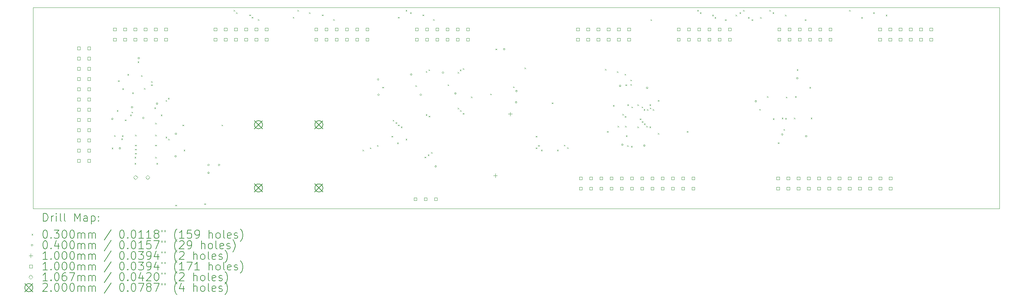
<source format=gbr>
%TF.GenerationSoftware,KiCad,Pcbnew,9.0.1*%
%TF.CreationDate,2025-05-15T03:15:44-07:00*%
%TF.ProjectId,Input_PCB_V5,496e7075-745f-4504-9342-5f56352e6b69,rev?*%
%TF.SameCoordinates,Original*%
%TF.FileFunction,Drillmap*%
%TF.FilePolarity,Positive*%
%FSLAX45Y45*%
G04 Gerber Fmt 4.5, Leading zero omitted, Abs format (unit mm)*
G04 Created by KiCad (PCBNEW 9.0.1) date 2025-05-15 03:15:44*
%MOMM*%
%LPD*%
G01*
G04 APERTURE LIST*
%ADD10C,0.050000*%
%ADD11C,0.200000*%
%ADD12C,0.100000*%
%ADD13C,0.106680*%
G04 APERTURE END LIST*
D10*
X2000000Y-8000000D02*
X26000000Y-8000000D01*
X26000000Y-13000000D01*
X2000000Y-13000000D01*
X2000000Y-8000000D01*
D11*
D12*
X3955000Y-11485000D02*
X3985000Y-11515000D01*
X3985000Y-11485000D02*
X3955000Y-11515000D01*
X4015000Y-11175000D02*
X4045000Y-11205000D01*
X4045000Y-11175000D02*
X4015000Y-11205000D01*
X4085000Y-10555000D02*
X4115000Y-10585000D01*
X4115000Y-10555000D02*
X4085000Y-10585000D01*
X4115000Y-9815000D02*
X4145000Y-9845000D01*
X4145000Y-9815000D02*
X4115000Y-9845000D01*
X4195000Y-11257500D02*
X4225000Y-11287500D01*
X4225000Y-11257500D02*
X4195000Y-11287500D01*
X4211842Y-11179293D02*
X4241842Y-11209293D01*
X4241842Y-11179293D02*
X4211842Y-11209293D01*
X4219200Y-10010000D02*
X4249200Y-10040000D01*
X4249200Y-10010000D02*
X4219200Y-10040000D01*
X4285000Y-10785000D02*
X4315000Y-10815000D01*
X4315000Y-10785000D02*
X4285000Y-10815000D01*
X4346475Y-9654615D02*
X4376475Y-9684615D01*
X4376475Y-9654615D02*
X4346475Y-9684615D01*
X4415000Y-10665000D02*
X4445000Y-10695000D01*
X4445000Y-10665000D02*
X4415000Y-10695000D01*
X4446514Y-10591468D02*
X4476514Y-10621468D01*
X4476514Y-10591468D02*
X4446514Y-10621468D01*
X4466250Y-10115000D02*
X4496250Y-10145000D01*
X4496250Y-10115000D02*
X4466250Y-10145000D01*
X4525000Y-11715000D02*
X4555000Y-11745000D01*
X4555000Y-11715000D02*
X4525000Y-11745000D01*
X4525000Y-11865000D02*
X4555000Y-11895000D01*
X4555000Y-11865000D02*
X4525000Y-11895000D01*
X4535000Y-11165000D02*
X4565000Y-11195000D01*
X4565000Y-11165000D02*
X4535000Y-11195000D01*
X4535000Y-11415000D02*
X4565000Y-11445000D01*
X4565000Y-11415000D02*
X4535000Y-11445000D01*
X4535000Y-11515000D02*
X4565000Y-11545000D01*
X4565000Y-11515000D02*
X4535000Y-11545000D01*
X4537500Y-11615000D02*
X4567500Y-11645000D01*
X4567500Y-11615000D02*
X4537500Y-11645000D01*
X4599200Y-9341765D02*
X4629200Y-9371765D01*
X4629200Y-9341765D02*
X4599200Y-9371765D01*
X4686100Y-9685000D02*
X4716100Y-9715000D01*
X4716100Y-9685000D02*
X4686100Y-9715000D01*
X4755000Y-10005000D02*
X4785000Y-10035000D01*
X4785000Y-10005000D02*
X4755000Y-10035000D01*
X4935000Y-9915000D02*
X4965000Y-9945000D01*
X4965000Y-9915000D02*
X4935000Y-9945000D01*
X4935301Y-9834612D02*
X4965301Y-9864612D01*
X4965301Y-9834612D02*
X4935301Y-9864612D01*
X5015000Y-10485000D02*
X5045000Y-10515000D01*
X5045000Y-10485000D02*
X5015000Y-10515000D01*
X5035000Y-10865000D02*
X5065000Y-10895000D01*
X5065000Y-10865000D02*
X5035000Y-10895000D01*
X5035000Y-11165000D02*
X5065000Y-11195000D01*
X5065000Y-11165000D02*
X5035000Y-11195000D01*
X5035000Y-11415000D02*
X5065000Y-11445000D01*
X5065000Y-11415000D02*
X5035000Y-11445000D01*
X5035000Y-11715000D02*
X5065000Y-11745000D01*
X5065000Y-11715000D02*
X5035000Y-11745000D01*
X5065000Y-11865000D02*
X5095000Y-11895000D01*
X5095000Y-11865000D02*
X5065000Y-11895000D01*
X5175000Y-10665000D02*
X5205000Y-10695000D01*
X5205000Y-10665000D02*
X5175000Y-10695000D01*
X5294092Y-10305850D02*
X5324092Y-10335850D01*
X5324092Y-10305850D02*
X5294092Y-10335850D01*
X5295000Y-11215000D02*
X5325000Y-11245000D01*
X5325000Y-11215000D02*
X5295000Y-11245000D01*
X5352500Y-10251183D02*
X5382500Y-10281183D01*
X5382500Y-10251183D02*
X5352500Y-10281183D01*
X5357470Y-11264976D02*
X5387470Y-11294976D01*
X5387470Y-11264976D02*
X5357470Y-11294976D01*
X5535000Y-12905000D02*
X5565000Y-12935000D01*
X5565000Y-12905000D02*
X5535000Y-12935000D01*
X5715000Y-10915000D02*
X5745000Y-10945000D01*
X5745000Y-10915000D02*
X5715000Y-10945000D01*
X5745000Y-11537500D02*
X5775000Y-11567500D01*
X5775000Y-11537500D02*
X5745000Y-11567500D01*
X6255000Y-12870000D02*
X6285000Y-12900000D01*
X6285000Y-12870000D02*
X6255000Y-12900000D01*
X6685000Y-10915000D02*
X6715000Y-10945000D01*
X6715000Y-10915000D02*
X6685000Y-10945000D01*
X6985000Y-8065000D02*
X7015000Y-8095000D01*
X7015000Y-8065000D02*
X6985000Y-8095000D01*
X7045000Y-8122500D02*
X7075000Y-8152500D01*
X7075000Y-8122500D02*
X7045000Y-8152500D01*
X7375000Y-8180000D02*
X7405000Y-8210000D01*
X7405000Y-8180000D02*
X7375000Y-8210000D01*
X7430621Y-8237500D02*
X7460621Y-8267500D01*
X7460621Y-8237500D02*
X7430621Y-8267500D01*
X7585000Y-8295000D02*
X7615000Y-8325000D01*
X7615000Y-8295000D02*
X7585000Y-8325000D01*
X8453817Y-8237500D02*
X8483817Y-8267500D01*
X8483817Y-8237500D02*
X8453817Y-8267500D01*
X8565000Y-8065000D02*
X8595000Y-8095000D01*
X8595000Y-8065000D02*
X8565000Y-8095000D01*
X8855000Y-8122500D02*
X8885000Y-8152500D01*
X8885000Y-8122500D02*
X8855000Y-8152500D01*
X9175000Y-8180000D02*
X9205000Y-8210000D01*
X9205000Y-8180000D02*
X9175000Y-8210000D01*
X9455000Y-8295000D02*
X9485000Y-8325000D01*
X9485000Y-8295000D02*
X9455000Y-8325000D01*
X10185000Y-11537500D02*
X10215000Y-11567500D01*
X10215000Y-11537500D02*
X10185000Y-11567500D01*
X10365000Y-11480000D02*
X10395000Y-11510000D01*
X10395000Y-11480000D02*
X10365000Y-11510000D01*
X10545000Y-11422500D02*
X10575000Y-11452500D01*
X10575000Y-11422500D02*
X10545000Y-11452500D01*
X10674992Y-9975000D02*
X10704992Y-10005000D01*
X10704992Y-9975000D02*
X10674992Y-10005000D01*
X10905000Y-11192500D02*
X10935000Y-11222500D01*
X10935000Y-11192500D02*
X10905000Y-11222500D01*
X10935000Y-10795000D02*
X10965000Y-10825000D01*
X10965000Y-10795000D02*
X10935000Y-10825000D01*
X11005000Y-10855000D02*
X11035000Y-10885000D01*
X11035000Y-10855000D02*
X11005000Y-10885000D01*
X11045000Y-11360000D02*
X11075000Y-11390000D01*
X11075000Y-11360000D02*
X11045000Y-11390000D01*
X11065000Y-8237500D02*
X11095000Y-8267500D01*
X11095000Y-8237500D02*
X11065000Y-8267500D01*
X11065000Y-10915000D02*
X11095000Y-10945000D01*
X11095000Y-10915000D02*
X11065000Y-10945000D01*
X11135000Y-10962500D02*
X11165000Y-10992500D01*
X11165000Y-10962500D02*
X11135000Y-10992500D01*
X11255000Y-8065000D02*
X11285000Y-8095000D01*
X11285000Y-8065000D02*
X11255000Y-8095000D01*
X11255000Y-11265000D02*
X11285000Y-11295000D01*
X11285000Y-11265000D02*
X11255000Y-11295000D01*
X11365000Y-8122500D02*
X11395000Y-8152500D01*
X11395000Y-8122500D02*
X11365000Y-8152500D01*
X11494992Y-9935000D02*
X11524992Y-9965000D01*
X11524992Y-9935000D02*
X11494992Y-9965000D01*
X11675000Y-8180000D02*
X11705000Y-8210000D01*
X11705000Y-8180000D02*
X11675000Y-8210000D01*
X11725000Y-11710000D02*
X11755000Y-11740000D01*
X11755000Y-11710000D02*
X11725000Y-11740000D01*
X11754992Y-9585000D02*
X11784992Y-9615000D01*
X11784992Y-9585000D02*
X11754992Y-9615000D01*
X11755000Y-10655000D02*
X11785000Y-10685000D01*
X11785000Y-10655000D02*
X11755000Y-10685000D01*
X11805000Y-11652500D02*
X11835000Y-11682500D01*
X11835000Y-11652500D02*
X11805000Y-11682500D01*
X11821556Y-9540624D02*
X11851556Y-9570624D01*
X11851556Y-9540624D02*
X11821556Y-9570624D01*
X11825000Y-10695000D02*
X11855000Y-10725000D01*
X11855000Y-10695000D02*
X11825000Y-10725000D01*
X11885000Y-11595000D02*
X11915000Y-11625000D01*
X11915000Y-11595000D02*
X11885000Y-11625000D01*
X11935000Y-8295000D02*
X11965000Y-8325000D01*
X11965000Y-8295000D02*
X11935000Y-8325000D01*
X12294992Y-9915000D02*
X12324992Y-9945000D01*
X12324992Y-9915000D02*
X12294992Y-9945000D01*
X12544992Y-9605000D02*
X12574992Y-9635000D01*
X12574992Y-9605000D02*
X12544992Y-9635000D01*
X12545000Y-10495000D02*
X12575000Y-10525000D01*
X12575000Y-10495000D02*
X12545000Y-10525000D01*
X12601560Y-9548431D02*
X12631560Y-9578431D01*
X12631560Y-9548431D02*
X12601560Y-9578431D01*
X12605000Y-10555000D02*
X12635000Y-10585000D01*
X12635000Y-10555000D02*
X12605000Y-10585000D01*
X12672333Y-9511131D02*
X12702333Y-9541131D01*
X12702333Y-9511131D02*
X12672333Y-9541131D01*
X12675000Y-10625000D02*
X12705000Y-10655000D01*
X12705000Y-10625000D02*
X12675000Y-10655000D01*
X12874992Y-10215000D02*
X12904992Y-10245000D01*
X12904992Y-10215000D02*
X12874992Y-10245000D01*
X13356000Y-10143750D02*
X13386000Y-10173750D01*
X13386000Y-10143750D02*
X13356000Y-10173750D01*
X13485407Y-9025407D02*
X13515407Y-9055407D01*
X13515407Y-9025407D02*
X13485407Y-9055407D01*
X13921000Y-9963750D02*
X13951000Y-9993750D01*
X13951000Y-9963750D02*
X13921000Y-9993750D01*
X14205000Y-9495000D02*
X14235000Y-9525000D01*
X14235000Y-9495000D02*
X14205000Y-9525000D01*
X14485000Y-11192500D02*
X14515000Y-11222500D01*
X14515000Y-11192500D02*
X14485000Y-11222500D01*
X14485000Y-11480000D02*
X14515000Y-11510000D01*
X14515000Y-11480000D02*
X14485000Y-11510000D01*
X14545000Y-11422500D02*
X14575000Y-11452500D01*
X14575000Y-11422500D02*
X14545000Y-11452500D01*
X14615000Y-11537500D02*
X14645000Y-11567500D01*
X14645000Y-11537500D02*
X14615000Y-11567500D01*
X14885000Y-10365000D02*
X14915000Y-10395000D01*
X14915000Y-10365000D02*
X14885000Y-10395000D01*
X15015000Y-11537500D02*
X15045000Y-11567500D01*
X15045000Y-11537500D02*
X15015000Y-11567500D01*
X15185000Y-11415000D02*
X15215000Y-11445000D01*
X15215000Y-11415000D02*
X15185000Y-11445000D01*
X15265000Y-11475000D02*
X15295000Y-11505000D01*
X15295000Y-11475000D02*
X15265000Y-11505000D01*
X16205000Y-9530000D02*
X16235000Y-9560000D01*
X16235000Y-9530000D02*
X16205000Y-9560000D01*
X16255000Y-11075000D02*
X16285000Y-11105000D01*
X16285000Y-11075000D02*
X16255000Y-11105000D01*
X16402748Y-10425120D02*
X16432748Y-10455120D01*
X16432748Y-10425120D02*
X16402748Y-10455120D01*
X16498817Y-9587500D02*
X16528817Y-9617500D01*
X16528817Y-9587500D02*
X16498817Y-9617500D01*
X16515000Y-10944880D02*
X16545000Y-10974880D01*
X16545000Y-10944880D02*
X16515000Y-10974880D01*
X16635000Y-10645000D02*
X16665000Y-10675000D01*
X16665000Y-10645000D02*
X16635000Y-10675000D01*
X16690659Y-9652500D02*
X16720659Y-9682500D01*
X16720659Y-9652500D02*
X16690659Y-9682500D01*
X16695000Y-10702500D02*
X16725000Y-10732500D01*
X16725000Y-10702500D02*
X16695000Y-10732500D01*
X16705000Y-10944880D02*
X16735000Y-10974880D01*
X16735000Y-10944880D02*
X16705000Y-10974880D01*
X16712500Y-9915000D02*
X16742500Y-9945000D01*
X16742500Y-9915000D02*
X16712500Y-9945000D01*
X16725000Y-11182500D02*
X16755000Y-11212500D01*
X16755000Y-11182500D02*
X16725000Y-11212500D01*
X16755139Y-11426907D02*
X16785139Y-11456907D01*
X16785139Y-11426907D02*
X16755139Y-11456907D01*
X16760000Y-10409788D02*
X16790000Y-10439788D01*
X16790000Y-10409788D02*
X16760000Y-10439788D01*
X16835000Y-9905000D02*
X16865000Y-9935000D01*
X16865000Y-9905000D02*
X16835000Y-9935000D01*
X16836317Y-9795000D02*
X16866317Y-9825000D01*
X16866317Y-9795000D02*
X16836317Y-9825000D01*
X16852500Y-11445000D02*
X16882500Y-11475000D01*
X16882500Y-11445000D02*
X16852500Y-11475000D01*
X16860000Y-10465000D02*
X16890000Y-10495000D01*
X16890000Y-10465000D02*
X16860000Y-10495000D01*
X17010000Y-10409788D02*
X17040000Y-10439788D01*
X17040000Y-10409788D02*
X17010000Y-10439788D01*
X17010000Y-10960212D02*
X17040000Y-10990212D01*
X17040000Y-10960212D02*
X17010000Y-10990212D01*
X17069187Y-10760034D02*
X17099187Y-10790034D01*
X17099187Y-10760034D02*
X17069187Y-10790034D01*
X17115685Y-10464981D02*
X17145685Y-10494981D01*
X17145685Y-10464981D02*
X17115685Y-10494981D01*
X17119027Y-10827500D02*
X17149027Y-10857500D01*
X17149027Y-10827500D02*
X17119027Y-10857500D01*
X17165599Y-10527500D02*
X17195599Y-10557500D01*
X17195599Y-10527500D02*
X17165599Y-10557500D01*
X17174408Y-10885232D02*
X17204408Y-10915232D01*
X17204408Y-10885232D02*
X17174408Y-10915232D01*
X17227574Y-10945010D02*
X17257574Y-10975010D01*
X17257574Y-10945010D02*
X17227574Y-10975010D01*
X17246916Y-10527500D02*
X17276916Y-10557500D01*
X17276916Y-10527500D02*
X17246916Y-10557500D01*
X17310000Y-10960213D02*
X17340000Y-10990213D01*
X17340000Y-10960213D02*
X17310000Y-10990213D01*
X17310000Y-10409787D02*
X17340000Y-10439787D01*
X17340000Y-10409787D02*
X17310000Y-10439787D01*
X17317290Y-10489455D02*
X17347290Y-10519455D01*
X17347290Y-10489455D02*
X17317290Y-10519455D01*
X17335000Y-8298500D02*
X17365000Y-8328500D01*
X17365000Y-8298500D02*
X17335000Y-8328500D01*
X17387665Y-10527500D02*
X17417665Y-10557500D01*
X17417665Y-10527500D02*
X17387665Y-10557500D01*
X17515000Y-10305000D02*
X17545000Y-10335000D01*
X17545000Y-10305000D02*
X17515000Y-10335000D01*
X17517458Y-11122543D02*
X17547458Y-11152543D01*
X17547458Y-11122543D02*
X17517458Y-11152543D01*
X18235000Y-11075000D02*
X18265000Y-11105000D01*
X18265000Y-11075000D02*
X18235000Y-11105000D01*
X18495000Y-8065000D02*
X18525000Y-8095000D01*
X18525000Y-8065000D02*
X18495000Y-8095000D01*
X18561564Y-8122500D02*
X18591564Y-8152500D01*
X18591564Y-8122500D02*
X18561564Y-8152500D01*
X18865000Y-8183500D02*
X18895000Y-8213500D01*
X18895000Y-8183500D02*
X18865000Y-8213500D01*
X18925000Y-8241000D02*
X18955000Y-8271000D01*
X18955000Y-8241000D02*
X18925000Y-8271000D01*
X19185000Y-8298500D02*
X19215000Y-8328500D01*
X19215000Y-8298500D02*
X19185000Y-8328500D01*
X19445000Y-8183500D02*
X19475000Y-8213500D01*
X19475000Y-8183500D02*
X19445000Y-8213500D01*
X19545000Y-8122500D02*
X19575000Y-8152500D01*
X19575000Y-8122500D02*
X19545000Y-8152500D01*
X19635000Y-8065000D02*
X19665000Y-8095000D01*
X19665000Y-8065000D02*
X19635000Y-8095000D01*
X19755000Y-8241000D02*
X19785000Y-8271000D01*
X19785000Y-8241000D02*
X19755000Y-8271000D01*
X19845000Y-8298500D02*
X19875000Y-8328500D01*
X19875000Y-8298500D02*
X19845000Y-8328500D01*
X20035000Y-10525000D02*
X20065000Y-10555000D01*
X20065000Y-10525000D02*
X20035000Y-10555000D01*
X20055000Y-8241000D02*
X20085000Y-8271000D01*
X20085000Y-8241000D02*
X20055000Y-8271000D01*
X20225000Y-10205000D02*
X20255000Y-10235000D01*
X20255000Y-10205000D02*
X20225000Y-10235000D01*
X20285000Y-8065000D02*
X20315000Y-8095000D01*
X20315000Y-8065000D02*
X20285000Y-8095000D01*
X20365000Y-8122500D02*
X20395000Y-8152500D01*
X20395000Y-8122500D02*
X20365000Y-8152500D01*
X20374973Y-10755397D02*
X20404973Y-10785397D01*
X20404973Y-10755397D02*
X20374973Y-10785397D01*
X20495000Y-11355000D02*
X20525000Y-11385000D01*
X20525000Y-11355000D02*
X20495000Y-11385000D01*
X20593706Y-10740078D02*
X20623706Y-10770078D01*
X20623706Y-10740078D02*
X20593706Y-10770078D01*
X20635000Y-11025000D02*
X20665000Y-11055000D01*
X20665000Y-11025000D02*
X20635000Y-11055000D01*
X20675000Y-8183500D02*
X20705000Y-8213500D01*
X20705000Y-8183500D02*
X20675000Y-8213500D01*
X20679987Y-10750198D02*
X20709987Y-10780198D01*
X20709987Y-10750198D02*
X20679987Y-10780198D01*
X20696004Y-10218012D02*
X20726004Y-10248012D01*
X20726004Y-10218012D02*
X20696004Y-10248012D01*
X20895803Y-10740549D02*
X20925803Y-10770549D01*
X20925803Y-10740549D02*
X20895803Y-10770549D01*
X20925000Y-10205000D02*
X20955000Y-10235000D01*
X20955000Y-10205000D02*
X20925000Y-10235000D01*
X20965000Y-9539788D02*
X20995000Y-9569788D01*
X20995000Y-9539788D02*
X20965000Y-9569788D01*
X21165000Y-8298500D02*
X21195000Y-8328500D01*
X21195000Y-8298500D02*
X21165000Y-8328500D01*
X21279987Y-9979908D02*
X21309987Y-10009908D01*
X21309987Y-9979908D02*
X21279987Y-10009908D01*
X21313214Y-10740078D02*
X21343214Y-10770078D01*
X21343214Y-10740078D02*
X21313214Y-10770078D01*
X22265000Y-8065000D02*
X22295000Y-8095000D01*
X22295000Y-8065000D02*
X22265000Y-8095000D01*
X22565000Y-8241000D02*
X22595000Y-8271000D01*
X22595000Y-8241000D02*
X22565000Y-8271000D01*
X22864000Y-8126000D02*
X22894000Y-8156000D01*
X22894000Y-8126000D02*
X22864000Y-8156000D01*
X23177000Y-8185000D02*
X23207000Y-8215000D01*
X23207000Y-8185000D02*
X23177000Y-8215000D01*
X3990000Y-10770000D02*
G75*
G02*
X3950000Y-10770000I-20000J0D01*
G01*
X3950000Y-10770000D02*
G75*
G02*
X3990000Y-10770000I20000J0D01*
G01*
X4178282Y-11503282D02*
G75*
G02*
X4138282Y-11503282I-20000J0D01*
G01*
X4138282Y-11503282D02*
G75*
G02*
X4178282Y-11503282I20000J0D01*
G01*
X4480000Y-10480000D02*
G75*
G02*
X4440000Y-10480000I-20000J0D01*
G01*
X4440000Y-10480000D02*
G75*
G02*
X4480000Y-10480000I20000J0D01*
G01*
X4646686Y-9261462D02*
G75*
G02*
X4606686Y-9261462I-20000J0D01*
G01*
X4606686Y-9261462D02*
G75*
G02*
X4646686Y-9261462I20000J0D01*
G01*
X4760000Y-10747500D02*
G75*
G02*
X4720000Y-10747500I-20000J0D01*
G01*
X4720000Y-10747500D02*
G75*
G02*
X4760000Y-10747500I20000J0D01*
G01*
X5100000Y-10390000D02*
G75*
G02*
X5060000Y-10390000I-20000J0D01*
G01*
X5060000Y-10390000D02*
G75*
G02*
X5100000Y-10390000I20000J0D01*
G01*
X5560000Y-11700000D02*
G75*
G02*
X5520000Y-11700000I-20000J0D01*
G01*
X5520000Y-11700000D02*
G75*
G02*
X5560000Y-11700000I20000J0D01*
G01*
X5570000Y-11140000D02*
G75*
G02*
X5530000Y-11140000I-20000J0D01*
G01*
X5530000Y-11140000D02*
G75*
G02*
X5570000Y-11140000I20000J0D01*
G01*
X6380000Y-11915000D02*
G75*
G02*
X6340000Y-11915000I-20000J0D01*
G01*
X6340000Y-11915000D02*
G75*
G02*
X6380000Y-11915000I20000J0D01*
G01*
X6380000Y-12107500D02*
G75*
G02*
X6340000Y-12107500I-20000J0D01*
G01*
X6340000Y-12107500D02*
G75*
G02*
X6380000Y-12107500I20000J0D01*
G01*
X6640000Y-11915000D02*
G75*
G02*
X6600000Y-11915000I-20000J0D01*
G01*
X6600000Y-11915000D02*
G75*
G02*
X6640000Y-11915000I20000J0D01*
G01*
X10590000Y-9790000D02*
G75*
G02*
X10550000Y-9790000I-20000J0D01*
G01*
X10550000Y-9790000D02*
G75*
G02*
X10590000Y-9790000I20000J0D01*
G01*
X10600000Y-10170000D02*
G75*
G02*
X10560000Y-10170000I-20000J0D01*
G01*
X10560000Y-10170000D02*
G75*
G02*
X10600000Y-10170000I20000J0D01*
G01*
X11410000Y-9667500D02*
G75*
G02*
X11370000Y-9667500I-20000J0D01*
G01*
X11370000Y-9667500D02*
G75*
G02*
X11410000Y-9667500I20000J0D01*
G01*
X11650000Y-10170000D02*
G75*
G02*
X11610000Y-10170000I-20000J0D01*
G01*
X11610000Y-10170000D02*
G75*
G02*
X11650000Y-10170000I20000J0D01*
G01*
X12020000Y-11950000D02*
G75*
G02*
X11980000Y-11950000I-20000J0D01*
G01*
X11980000Y-11950000D02*
G75*
G02*
X12020000Y-11950000I20000J0D01*
G01*
X12200000Y-9620000D02*
G75*
G02*
X12160000Y-9620000I-20000J0D01*
G01*
X12160000Y-9620000D02*
G75*
G02*
X12200000Y-9620000I20000J0D01*
G01*
X12510000Y-10135000D02*
G75*
G02*
X12470000Y-10135000I-20000J0D01*
G01*
X12470000Y-10135000D02*
G75*
G02*
X12510000Y-10135000I20000J0D01*
G01*
X13720000Y-9040000D02*
G75*
G02*
X13680000Y-9040000I-20000J0D01*
G01*
X13680000Y-9040000D02*
G75*
G02*
X13720000Y-9040000I20000J0D01*
G01*
X14016000Y-10358750D02*
G75*
G02*
X13976000Y-10358750I-20000J0D01*
G01*
X13976000Y-10358750D02*
G75*
G02*
X14016000Y-10358750I20000J0D01*
G01*
X14026000Y-10078750D02*
G75*
G02*
X13986000Y-10078750I-20000J0D01*
G01*
X13986000Y-10078750D02*
G75*
G02*
X14026000Y-10078750I20000J0D01*
G01*
X16600000Y-9950000D02*
G75*
G02*
X16560000Y-9950000I-20000J0D01*
G01*
X16560000Y-9950000D02*
G75*
G02*
X16600000Y-9950000I20000J0D01*
G01*
X16657141Y-11411455D02*
G75*
G02*
X16617141Y-11411455I-20000J0D01*
G01*
X16617141Y-11411455D02*
G75*
G02*
X16657141Y-11411455I20000J0D01*
G01*
X17200000Y-11430000D02*
G75*
G02*
X17160000Y-11430000I-20000J0D01*
G01*
X17160000Y-11430000D02*
G75*
G02*
X17200000Y-11430000I20000J0D01*
G01*
X17270000Y-10000000D02*
G75*
G02*
X17230000Y-10000000I-20000J0D01*
G01*
X17230000Y-10000000D02*
G75*
G02*
X17270000Y-10000000I20000J0D01*
G01*
X19968458Y-10332199D02*
G75*
G02*
X19928458Y-10332199I-20000J0D01*
G01*
X19928458Y-10332199D02*
G75*
G02*
X19968458Y-10332199I20000J0D01*
G01*
X20623737Y-11156263D02*
G75*
G02*
X20583737Y-11156263I-20000J0D01*
G01*
X20583737Y-11156263D02*
G75*
G02*
X20623737Y-11156263I20000J0D01*
G01*
X21000000Y-9760000D02*
G75*
G02*
X20960000Y-9760000I-20000J0D01*
G01*
X20960000Y-9760000D02*
G75*
G02*
X21000000Y-9760000I20000J0D01*
G01*
X21220000Y-11200000D02*
G75*
G02*
X21180000Y-11200000I-20000J0D01*
G01*
X21180000Y-11200000D02*
G75*
G02*
X21220000Y-11200000I20000J0D01*
G01*
X13480000Y-12130000D02*
X13480000Y-12230000D01*
X13430000Y-12180000D02*
X13530000Y-12180000D01*
X13846000Y-10598750D02*
X13846000Y-10698750D01*
X13796000Y-10648750D02*
X13896000Y-10648750D01*
X3175356Y-9051356D02*
X3175356Y-8980644D01*
X3104644Y-8980644D01*
X3104644Y-9051356D01*
X3175356Y-9051356D01*
X3175356Y-9305356D02*
X3175356Y-9234644D01*
X3104644Y-9234644D01*
X3104644Y-9305356D01*
X3175356Y-9305356D01*
X3175356Y-9559356D02*
X3175356Y-9488644D01*
X3104644Y-9488644D01*
X3104644Y-9559356D01*
X3175356Y-9559356D01*
X3175356Y-9813356D02*
X3175356Y-9742644D01*
X3104644Y-9742644D01*
X3104644Y-9813356D01*
X3175356Y-9813356D01*
X3175356Y-10067356D02*
X3175356Y-9996644D01*
X3104644Y-9996644D01*
X3104644Y-10067356D01*
X3175356Y-10067356D01*
X3175356Y-10321356D02*
X3175356Y-10250644D01*
X3104644Y-10250644D01*
X3104644Y-10321356D01*
X3175356Y-10321356D01*
X3175356Y-10575356D02*
X3175356Y-10504644D01*
X3104644Y-10504644D01*
X3104644Y-10575356D01*
X3175356Y-10575356D01*
X3175356Y-10829356D02*
X3175356Y-10758644D01*
X3104644Y-10758644D01*
X3104644Y-10829356D01*
X3175356Y-10829356D01*
X3175356Y-11083356D02*
X3175356Y-11012644D01*
X3104644Y-11012644D01*
X3104644Y-11083356D01*
X3175356Y-11083356D01*
X3175356Y-11337356D02*
X3175356Y-11266644D01*
X3104644Y-11266644D01*
X3104644Y-11337356D01*
X3175356Y-11337356D01*
X3175356Y-11591356D02*
X3175356Y-11520644D01*
X3104644Y-11520644D01*
X3104644Y-11591356D01*
X3175356Y-11591356D01*
X3175356Y-11845356D02*
X3175356Y-11774644D01*
X3104644Y-11774644D01*
X3104644Y-11845356D01*
X3175356Y-11845356D01*
X3429356Y-9051356D02*
X3429356Y-8980644D01*
X3358644Y-8980644D01*
X3358644Y-9051356D01*
X3429356Y-9051356D01*
X3429356Y-9305356D02*
X3429356Y-9234644D01*
X3358644Y-9234644D01*
X3358644Y-9305356D01*
X3429356Y-9305356D01*
X3429356Y-9559356D02*
X3429356Y-9488644D01*
X3358644Y-9488644D01*
X3358644Y-9559356D01*
X3429356Y-9559356D01*
X3429356Y-9813356D02*
X3429356Y-9742644D01*
X3358644Y-9742644D01*
X3358644Y-9813356D01*
X3429356Y-9813356D01*
X3429356Y-10067356D02*
X3429356Y-9996644D01*
X3358644Y-9996644D01*
X3358644Y-10067356D01*
X3429356Y-10067356D01*
X3429356Y-10321356D02*
X3429356Y-10250644D01*
X3358644Y-10250644D01*
X3358644Y-10321356D01*
X3429356Y-10321356D01*
X3429356Y-10575356D02*
X3429356Y-10504644D01*
X3358644Y-10504644D01*
X3358644Y-10575356D01*
X3429356Y-10575356D01*
X3429356Y-10829356D02*
X3429356Y-10758644D01*
X3358644Y-10758644D01*
X3358644Y-10829356D01*
X3429356Y-10829356D01*
X3429356Y-11083356D02*
X3429356Y-11012644D01*
X3358644Y-11012644D01*
X3358644Y-11083356D01*
X3429356Y-11083356D01*
X3429356Y-11337356D02*
X3429356Y-11266644D01*
X3358644Y-11266644D01*
X3358644Y-11337356D01*
X3429356Y-11337356D01*
X3429356Y-11591356D02*
X3429356Y-11520644D01*
X3358644Y-11520644D01*
X3358644Y-11591356D01*
X3429356Y-11591356D01*
X3429356Y-11845356D02*
X3429356Y-11774644D01*
X3358644Y-11774644D01*
X3358644Y-11845356D01*
X3429356Y-11845356D01*
X4065356Y-8581356D02*
X4065356Y-8510644D01*
X3994644Y-8510644D01*
X3994644Y-8581356D01*
X4065356Y-8581356D01*
X4065356Y-8835356D02*
X4065356Y-8764644D01*
X3994644Y-8764644D01*
X3994644Y-8835356D01*
X4065356Y-8835356D01*
X4319356Y-8581356D02*
X4319356Y-8510644D01*
X4248644Y-8510644D01*
X4248644Y-8581356D01*
X4319356Y-8581356D01*
X4319356Y-8835356D02*
X4319356Y-8764644D01*
X4248644Y-8764644D01*
X4248644Y-8835356D01*
X4319356Y-8835356D01*
X4573356Y-8581356D02*
X4573356Y-8510644D01*
X4502644Y-8510644D01*
X4502644Y-8581356D01*
X4573356Y-8581356D01*
X4573356Y-8835356D02*
X4573356Y-8764644D01*
X4502644Y-8764644D01*
X4502644Y-8835356D01*
X4573356Y-8835356D01*
X4827356Y-8581356D02*
X4827356Y-8510644D01*
X4756644Y-8510644D01*
X4756644Y-8581356D01*
X4827356Y-8581356D01*
X4827356Y-8835356D02*
X4827356Y-8764644D01*
X4756644Y-8764644D01*
X4756644Y-8835356D01*
X4827356Y-8835356D01*
X5081356Y-8581356D02*
X5081356Y-8510644D01*
X5010644Y-8510644D01*
X5010644Y-8581356D01*
X5081356Y-8581356D01*
X5081356Y-8835356D02*
X5081356Y-8764644D01*
X5010644Y-8764644D01*
X5010644Y-8835356D01*
X5081356Y-8835356D01*
X5335356Y-8581356D02*
X5335356Y-8510644D01*
X5264644Y-8510644D01*
X5264644Y-8581356D01*
X5335356Y-8581356D01*
X5335356Y-8835356D02*
X5335356Y-8764644D01*
X5264644Y-8764644D01*
X5264644Y-8835356D01*
X5335356Y-8835356D01*
X6565356Y-8581356D02*
X6565356Y-8510644D01*
X6494644Y-8510644D01*
X6494644Y-8581356D01*
X6565356Y-8581356D01*
X6565356Y-8835356D02*
X6565356Y-8764644D01*
X6494644Y-8764644D01*
X6494644Y-8835356D01*
X6565356Y-8835356D01*
X6819356Y-8581356D02*
X6819356Y-8510644D01*
X6748644Y-8510644D01*
X6748644Y-8581356D01*
X6819356Y-8581356D01*
X6819356Y-8835356D02*
X6819356Y-8764644D01*
X6748644Y-8764644D01*
X6748644Y-8835356D01*
X6819356Y-8835356D01*
X7073356Y-8581356D02*
X7073356Y-8510644D01*
X7002644Y-8510644D01*
X7002644Y-8581356D01*
X7073356Y-8581356D01*
X7073356Y-8835356D02*
X7073356Y-8764644D01*
X7002644Y-8764644D01*
X7002644Y-8835356D01*
X7073356Y-8835356D01*
X7327356Y-8581356D02*
X7327356Y-8510644D01*
X7256644Y-8510644D01*
X7256644Y-8581356D01*
X7327356Y-8581356D01*
X7327356Y-8835356D02*
X7327356Y-8764644D01*
X7256644Y-8764644D01*
X7256644Y-8835356D01*
X7327356Y-8835356D01*
X7581356Y-8581356D02*
X7581356Y-8510644D01*
X7510644Y-8510644D01*
X7510644Y-8581356D01*
X7581356Y-8581356D01*
X7581356Y-8835356D02*
X7581356Y-8764644D01*
X7510644Y-8764644D01*
X7510644Y-8835356D01*
X7581356Y-8835356D01*
X7835356Y-8581356D02*
X7835356Y-8510644D01*
X7764644Y-8510644D01*
X7764644Y-8581356D01*
X7835356Y-8581356D01*
X7835356Y-8835356D02*
X7835356Y-8764644D01*
X7764644Y-8764644D01*
X7764644Y-8835356D01*
X7835356Y-8835356D01*
X9065356Y-8581356D02*
X9065356Y-8510644D01*
X8994644Y-8510644D01*
X8994644Y-8581356D01*
X9065356Y-8581356D01*
X9065356Y-8835356D02*
X9065356Y-8764644D01*
X8994644Y-8764644D01*
X8994644Y-8835356D01*
X9065356Y-8835356D01*
X9319356Y-8581356D02*
X9319356Y-8510644D01*
X9248644Y-8510644D01*
X9248644Y-8581356D01*
X9319356Y-8581356D01*
X9319356Y-8835356D02*
X9319356Y-8764644D01*
X9248644Y-8764644D01*
X9248644Y-8835356D01*
X9319356Y-8835356D01*
X9573356Y-8581356D02*
X9573356Y-8510644D01*
X9502644Y-8510644D01*
X9502644Y-8581356D01*
X9573356Y-8581356D01*
X9573356Y-8835356D02*
X9573356Y-8764644D01*
X9502644Y-8764644D01*
X9502644Y-8835356D01*
X9573356Y-8835356D01*
X9827356Y-8581356D02*
X9827356Y-8510644D01*
X9756644Y-8510644D01*
X9756644Y-8581356D01*
X9827356Y-8581356D01*
X9827356Y-8835356D02*
X9827356Y-8764644D01*
X9756644Y-8764644D01*
X9756644Y-8835356D01*
X9827356Y-8835356D01*
X10081356Y-8581356D02*
X10081356Y-8510644D01*
X10010644Y-8510644D01*
X10010644Y-8581356D01*
X10081356Y-8581356D01*
X10081356Y-8835356D02*
X10081356Y-8764644D01*
X10010644Y-8764644D01*
X10010644Y-8835356D01*
X10081356Y-8835356D01*
X10335356Y-8581356D02*
X10335356Y-8510644D01*
X10264644Y-8510644D01*
X10264644Y-8581356D01*
X10335356Y-8581356D01*
X10335356Y-8835356D02*
X10335356Y-8764644D01*
X10264644Y-8764644D01*
X10264644Y-8835356D01*
X10335356Y-8835356D01*
X11527356Y-12795356D02*
X11527356Y-12724644D01*
X11456644Y-12724644D01*
X11456644Y-12795356D01*
X11527356Y-12795356D01*
X11565356Y-8581356D02*
X11565356Y-8510644D01*
X11494644Y-8510644D01*
X11494644Y-8581356D01*
X11565356Y-8581356D01*
X11565356Y-8835356D02*
X11565356Y-8764644D01*
X11494644Y-8764644D01*
X11494644Y-8835356D01*
X11565356Y-8835356D01*
X11781356Y-12795356D02*
X11781356Y-12724644D01*
X11710644Y-12724644D01*
X11710644Y-12795356D01*
X11781356Y-12795356D01*
X11819356Y-8581356D02*
X11819356Y-8510644D01*
X11748644Y-8510644D01*
X11748644Y-8581356D01*
X11819356Y-8581356D01*
X11819356Y-8835356D02*
X11819356Y-8764644D01*
X11748644Y-8764644D01*
X11748644Y-8835356D01*
X11819356Y-8835356D01*
X12035356Y-12795356D02*
X12035356Y-12724644D01*
X11964644Y-12724644D01*
X11964644Y-12795356D01*
X12035356Y-12795356D01*
X12073356Y-8581356D02*
X12073356Y-8510644D01*
X12002644Y-8510644D01*
X12002644Y-8581356D01*
X12073356Y-8581356D01*
X12073356Y-8835356D02*
X12073356Y-8764644D01*
X12002644Y-8764644D01*
X12002644Y-8835356D01*
X12073356Y-8835356D01*
X12327356Y-8581356D02*
X12327356Y-8510644D01*
X12256644Y-8510644D01*
X12256644Y-8581356D01*
X12327356Y-8581356D01*
X12327356Y-8835356D02*
X12327356Y-8764644D01*
X12256644Y-8764644D01*
X12256644Y-8835356D01*
X12327356Y-8835356D01*
X12581356Y-8581356D02*
X12581356Y-8510644D01*
X12510644Y-8510644D01*
X12510644Y-8581356D01*
X12581356Y-8581356D01*
X12581356Y-8835356D02*
X12581356Y-8764644D01*
X12510644Y-8764644D01*
X12510644Y-8835356D01*
X12581356Y-8835356D01*
X12835356Y-8581356D02*
X12835356Y-8510644D01*
X12764644Y-8510644D01*
X12764644Y-8581356D01*
X12835356Y-8581356D01*
X12835356Y-8835356D02*
X12835356Y-8764644D01*
X12764644Y-8764644D01*
X12764644Y-8835356D01*
X12835356Y-8835356D01*
X15565356Y-8581356D02*
X15565356Y-8510644D01*
X15494644Y-8510644D01*
X15494644Y-8581356D01*
X15565356Y-8581356D01*
X15565356Y-8835356D02*
X15565356Y-8764644D01*
X15494644Y-8764644D01*
X15494644Y-8835356D01*
X15565356Y-8835356D01*
X15635356Y-12281356D02*
X15635356Y-12210644D01*
X15564644Y-12210644D01*
X15564644Y-12281356D01*
X15635356Y-12281356D01*
X15635356Y-12535356D02*
X15635356Y-12464644D01*
X15564644Y-12464644D01*
X15564644Y-12535356D01*
X15635356Y-12535356D01*
X15819356Y-8581356D02*
X15819356Y-8510644D01*
X15748644Y-8510644D01*
X15748644Y-8581356D01*
X15819356Y-8581356D01*
X15819356Y-8835356D02*
X15819356Y-8764644D01*
X15748644Y-8764644D01*
X15748644Y-8835356D01*
X15819356Y-8835356D01*
X15889356Y-12281356D02*
X15889356Y-12210644D01*
X15818644Y-12210644D01*
X15818644Y-12281356D01*
X15889356Y-12281356D01*
X15889356Y-12535356D02*
X15889356Y-12464644D01*
X15818644Y-12464644D01*
X15818644Y-12535356D01*
X15889356Y-12535356D01*
X16073356Y-8581356D02*
X16073356Y-8510644D01*
X16002644Y-8510644D01*
X16002644Y-8581356D01*
X16073356Y-8581356D01*
X16073356Y-8835356D02*
X16073356Y-8764644D01*
X16002644Y-8764644D01*
X16002644Y-8835356D01*
X16073356Y-8835356D01*
X16143356Y-12281356D02*
X16143356Y-12210644D01*
X16072644Y-12210644D01*
X16072644Y-12281356D01*
X16143356Y-12281356D01*
X16143356Y-12535356D02*
X16143356Y-12464644D01*
X16072644Y-12464644D01*
X16072644Y-12535356D01*
X16143356Y-12535356D01*
X16327356Y-8581356D02*
X16327356Y-8510644D01*
X16256644Y-8510644D01*
X16256644Y-8581356D01*
X16327356Y-8581356D01*
X16327356Y-8835356D02*
X16327356Y-8764644D01*
X16256644Y-8764644D01*
X16256644Y-8835356D01*
X16327356Y-8835356D01*
X16397356Y-12281356D02*
X16397356Y-12210644D01*
X16326644Y-12210644D01*
X16326644Y-12281356D01*
X16397356Y-12281356D01*
X16397356Y-12535356D02*
X16397356Y-12464644D01*
X16326644Y-12464644D01*
X16326644Y-12535356D01*
X16397356Y-12535356D01*
X16581356Y-8581356D02*
X16581356Y-8510644D01*
X16510644Y-8510644D01*
X16510644Y-8581356D01*
X16581356Y-8581356D01*
X16581356Y-8835356D02*
X16581356Y-8764644D01*
X16510644Y-8764644D01*
X16510644Y-8835356D01*
X16581356Y-8835356D01*
X16651356Y-12281356D02*
X16651356Y-12210644D01*
X16580644Y-12210644D01*
X16580644Y-12281356D01*
X16651356Y-12281356D01*
X16651356Y-12535356D02*
X16651356Y-12464644D01*
X16580644Y-12464644D01*
X16580644Y-12535356D01*
X16651356Y-12535356D01*
X16835356Y-8581356D02*
X16835356Y-8510644D01*
X16764644Y-8510644D01*
X16764644Y-8581356D01*
X16835356Y-8581356D01*
X16835356Y-8835356D02*
X16835356Y-8764644D01*
X16764644Y-8764644D01*
X16764644Y-8835356D01*
X16835356Y-8835356D01*
X16905356Y-12281356D02*
X16905356Y-12210644D01*
X16834644Y-12210644D01*
X16834644Y-12281356D01*
X16905356Y-12281356D01*
X16905356Y-12535356D02*
X16905356Y-12464644D01*
X16834644Y-12464644D01*
X16834644Y-12535356D01*
X16905356Y-12535356D01*
X17159356Y-12281356D02*
X17159356Y-12210644D01*
X17088644Y-12210644D01*
X17088644Y-12281356D01*
X17159356Y-12281356D01*
X17159356Y-12535356D02*
X17159356Y-12464644D01*
X17088644Y-12464644D01*
X17088644Y-12535356D01*
X17159356Y-12535356D01*
X17413356Y-12281356D02*
X17413356Y-12210644D01*
X17342644Y-12210644D01*
X17342644Y-12281356D01*
X17413356Y-12281356D01*
X17413356Y-12535356D02*
X17413356Y-12464644D01*
X17342644Y-12464644D01*
X17342644Y-12535356D01*
X17413356Y-12535356D01*
X17667356Y-12281356D02*
X17667356Y-12210644D01*
X17596644Y-12210644D01*
X17596644Y-12281356D01*
X17667356Y-12281356D01*
X17667356Y-12535356D02*
X17667356Y-12464644D01*
X17596644Y-12464644D01*
X17596644Y-12535356D01*
X17667356Y-12535356D01*
X17921356Y-12281356D02*
X17921356Y-12210644D01*
X17850644Y-12210644D01*
X17850644Y-12281356D01*
X17921356Y-12281356D01*
X17921356Y-12535356D02*
X17921356Y-12464644D01*
X17850644Y-12464644D01*
X17850644Y-12535356D01*
X17921356Y-12535356D01*
X18065356Y-8581356D02*
X18065356Y-8510644D01*
X17994644Y-8510644D01*
X17994644Y-8581356D01*
X18065356Y-8581356D01*
X18065356Y-8835356D02*
X18065356Y-8764644D01*
X17994644Y-8764644D01*
X17994644Y-8835356D01*
X18065356Y-8835356D01*
X18175356Y-12281356D02*
X18175356Y-12210644D01*
X18104644Y-12210644D01*
X18104644Y-12281356D01*
X18175356Y-12281356D01*
X18175356Y-12535356D02*
X18175356Y-12464644D01*
X18104644Y-12464644D01*
X18104644Y-12535356D01*
X18175356Y-12535356D01*
X18319356Y-8581356D02*
X18319356Y-8510644D01*
X18248644Y-8510644D01*
X18248644Y-8581356D01*
X18319356Y-8581356D01*
X18319356Y-8835356D02*
X18319356Y-8764644D01*
X18248644Y-8764644D01*
X18248644Y-8835356D01*
X18319356Y-8835356D01*
X18429356Y-12281356D02*
X18429356Y-12210644D01*
X18358644Y-12210644D01*
X18358644Y-12281356D01*
X18429356Y-12281356D01*
X18429356Y-12535356D02*
X18429356Y-12464644D01*
X18358644Y-12464644D01*
X18358644Y-12535356D01*
X18429356Y-12535356D01*
X18573356Y-8581356D02*
X18573356Y-8510644D01*
X18502644Y-8510644D01*
X18502644Y-8581356D01*
X18573356Y-8581356D01*
X18573356Y-8835356D02*
X18573356Y-8764644D01*
X18502644Y-8764644D01*
X18502644Y-8835356D01*
X18573356Y-8835356D01*
X18827356Y-8581356D02*
X18827356Y-8510644D01*
X18756644Y-8510644D01*
X18756644Y-8581356D01*
X18827356Y-8581356D01*
X18827356Y-8835356D02*
X18827356Y-8764644D01*
X18756644Y-8764644D01*
X18756644Y-8835356D01*
X18827356Y-8835356D01*
X19081356Y-8581356D02*
X19081356Y-8510644D01*
X19010644Y-8510644D01*
X19010644Y-8581356D01*
X19081356Y-8581356D01*
X19081356Y-8835356D02*
X19081356Y-8764644D01*
X19010644Y-8764644D01*
X19010644Y-8835356D01*
X19081356Y-8835356D01*
X19335356Y-8581356D02*
X19335356Y-8510644D01*
X19264644Y-8510644D01*
X19264644Y-8581356D01*
X19335356Y-8581356D01*
X19335356Y-8835356D02*
X19335356Y-8764644D01*
X19264644Y-8764644D01*
X19264644Y-8835356D01*
X19335356Y-8835356D01*
X20535356Y-12281356D02*
X20535356Y-12210644D01*
X20464644Y-12210644D01*
X20464644Y-12281356D01*
X20535356Y-12281356D01*
X20535356Y-12535356D02*
X20535356Y-12464644D01*
X20464644Y-12464644D01*
X20464644Y-12535356D01*
X20535356Y-12535356D01*
X20565356Y-8581356D02*
X20565356Y-8510644D01*
X20494644Y-8510644D01*
X20494644Y-8581356D01*
X20565356Y-8581356D01*
X20565356Y-8835356D02*
X20565356Y-8764644D01*
X20494644Y-8764644D01*
X20494644Y-8835356D01*
X20565356Y-8835356D01*
X20789356Y-12281356D02*
X20789356Y-12210644D01*
X20718644Y-12210644D01*
X20718644Y-12281356D01*
X20789356Y-12281356D01*
X20789356Y-12535356D02*
X20789356Y-12464644D01*
X20718644Y-12464644D01*
X20718644Y-12535356D01*
X20789356Y-12535356D01*
X20819356Y-8581356D02*
X20819356Y-8510644D01*
X20748644Y-8510644D01*
X20748644Y-8581356D01*
X20819356Y-8581356D01*
X20819356Y-8835356D02*
X20819356Y-8764644D01*
X20748644Y-8764644D01*
X20748644Y-8835356D01*
X20819356Y-8835356D01*
X21043356Y-12281356D02*
X21043356Y-12210644D01*
X20972644Y-12210644D01*
X20972644Y-12281356D01*
X21043356Y-12281356D01*
X21043356Y-12535356D02*
X21043356Y-12464644D01*
X20972644Y-12464644D01*
X20972644Y-12535356D01*
X21043356Y-12535356D01*
X21073356Y-8581356D02*
X21073356Y-8510644D01*
X21002644Y-8510644D01*
X21002644Y-8581356D01*
X21073356Y-8581356D01*
X21073356Y-8835356D02*
X21073356Y-8764644D01*
X21002644Y-8764644D01*
X21002644Y-8835356D01*
X21073356Y-8835356D01*
X21297356Y-12281356D02*
X21297356Y-12210644D01*
X21226644Y-12210644D01*
X21226644Y-12281356D01*
X21297356Y-12281356D01*
X21297356Y-12535356D02*
X21297356Y-12464644D01*
X21226644Y-12464644D01*
X21226644Y-12535356D01*
X21297356Y-12535356D01*
X21327356Y-8581356D02*
X21327356Y-8510644D01*
X21256644Y-8510644D01*
X21256644Y-8581356D01*
X21327356Y-8581356D01*
X21327356Y-8835356D02*
X21327356Y-8764644D01*
X21256644Y-8764644D01*
X21256644Y-8835356D01*
X21327356Y-8835356D01*
X21551356Y-12281356D02*
X21551356Y-12210644D01*
X21480644Y-12210644D01*
X21480644Y-12281356D01*
X21551356Y-12281356D01*
X21551356Y-12535356D02*
X21551356Y-12464644D01*
X21480644Y-12464644D01*
X21480644Y-12535356D01*
X21551356Y-12535356D01*
X21581356Y-8581356D02*
X21581356Y-8510644D01*
X21510644Y-8510644D01*
X21510644Y-8581356D01*
X21581356Y-8581356D01*
X21581356Y-8835356D02*
X21581356Y-8764644D01*
X21510644Y-8764644D01*
X21510644Y-8835356D01*
X21581356Y-8835356D01*
X21805356Y-12281356D02*
X21805356Y-12210644D01*
X21734644Y-12210644D01*
X21734644Y-12281356D01*
X21805356Y-12281356D01*
X21805356Y-12535356D02*
X21805356Y-12464644D01*
X21734644Y-12464644D01*
X21734644Y-12535356D01*
X21805356Y-12535356D01*
X21835356Y-8581356D02*
X21835356Y-8510644D01*
X21764644Y-8510644D01*
X21764644Y-8581356D01*
X21835356Y-8581356D01*
X21835356Y-8835356D02*
X21835356Y-8764644D01*
X21764644Y-8764644D01*
X21764644Y-8835356D01*
X21835356Y-8835356D01*
X22059356Y-12281356D02*
X22059356Y-12210644D01*
X21988644Y-12210644D01*
X21988644Y-12281356D01*
X22059356Y-12281356D01*
X22059356Y-12535356D02*
X22059356Y-12464644D01*
X21988644Y-12464644D01*
X21988644Y-12535356D01*
X22059356Y-12535356D01*
X22313356Y-12281356D02*
X22313356Y-12210644D01*
X22242644Y-12210644D01*
X22242644Y-12281356D01*
X22313356Y-12281356D01*
X22313356Y-12535356D02*
X22313356Y-12464644D01*
X22242644Y-12464644D01*
X22242644Y-12535356D01*
X22313356Y-12535356D01*
X22567356Y-12281356D02*
X22567356Y-12210644D01*
X22496644Y-12210644D01*
X22496644Y-12281356D01*
X22567356Y-12281356D01*
X22567356Y-12535356D02*
X22567356Y-12464644D01*
X22496644Y-12464644D01*
X22496644Y-12535356D01*
X22567356Y-12535356D01*
X22821356Y-12281356D02*
X22821356Y-12210644D01*
X22750644Y-12210644D01*
X22750644Y-12281356D01*
X22821356Y-12281356D01*
X22821356Y-12535356D02*
X22821356Y-12464644D01*
X22750644Y-12464644D01*
X22750644Y-12535356D01*
X22821356Y-12535356D01*
X23065356Y-8581356D02*
X23065356Y-8510644D01*
X22994644Y-8510644D01*
X22994644Y-8581356D01*
X23065356Y-8581356D01*
X23065356Y-8835356D02*
X23065356Y-8764644D01*
X22994644Y-8764644D01*
X22994644Y-8835356D01*
X23065356Y-8835356D01*
X23075356Y-12281356D02*
X23075356Y-12210644D01*
X23004644Y-12210644D01*
X23004644Y-12281356D01*
X23075356Y-12281356D01*
X23075356Y-12535356D02*
X23075356Y-12464644D01*
X23004644Y-12464644D01*
X23004644Y-12535356D01*
X23075356Y-12535356D01*
X23319356Y-8581356D02*
X23319356Y-8510644D01*
X23248644Y-8510644D01*
X23248644Y-8581356D01*
X23319356Y-8581356D01*
X23319356Y-8835356D02*
X23319356Y-8764644D01*
X23248644Y-8764644D01*
X23248644Y-8835356D01*
X23319356Y-8835356D01*
X23329356Y-12281356D02*
X23329356Y-12210644D01*
X23258644Y-12210644D01*
X23258644Y-12281356D01*
X23329356Y-12281356D01*
X23329356Y-12535356D02*
X23329356Y-12464644D01*
X23258644Y-12464644D01*
X23258644Y-12535356D01*
X23329356Y-12535356D01*
X23573356Y-8581356D02*
X23573356Y-8510644D01*
X23502644Y-8510644D01*
X23502644Y-8581356D01*
X23573356Y-8581356D01*
X23573356Y-8835356D02*
X23573356Y-8764644D01*
X23502644Y-8764644D01*
X23502644Y-8835356D01*
X23573356Y-8835356D01*
X23827356Y-8581356D02*
X23827356Y-8510644D01*
X23756644Y-8510644D01*
X23756644Y-8581356D01*
X23827356Y-8581356D01*
X23827356Y-8835356D02*
X23827356Y-8764644D01*
X23756644Y-8764644D01*
X23756644Y-8835356D01*
X23827356Y-8835356D01*
X24081356Y-8581356D02*
X24081356Y-8510644D01*
X24010644Y-8510644D01*
X24010644Y-8581356D01*
X24081356Y-8581356D01*
X24081356Y-8835356D02*
X24081356Y-8764644D01*
X24010644Y-8764644D01*
X24010644Y-8835356D01*
X24081356Y-8835356D01*
X24335356Y-8581356D02*
X24335356Y-8510644D01*
X24264644Y-8510644D01*
X24264644Y-8581356D01*
X24335356Y-8581356D01*
X24335356Y-8835356D02*
X24335356Y-8764644D01*
X24264644Y-8764644D01*
X24264644Y-8835356D01*
X24335356Y-8835356D01*
D13*
X4546660Y-12277530D02*
X4600000Y-12224190D01*
X4546660Y-12170850D01*
X4493320Y-12224190D01*
X4546660Y-12277530D01*
X4846660Y-12277530D02*
X4900000Y-12224190D01*
X4846660Y-12170850D01*
X4793320Y-12224190D01*
X4846660Y-12277530D01*
D11*
X7500000Y-10815000D02*
X7700000Y-11015000D01*
X7700000Y-10815000D02*
X7500000Y-11015000D01*
X7700000Y-10915000D02*
G75*
G02*
X7500000Y-10915000I-100000J0D01*
G01*
X7500000Y-10915000D02*
G75*
G02*
X7700000Y-10915000I100000J0D01*
G01*
X7500000Y-12385000D02*
X7700000Y-12585000D01*
X7700000Y-12385000D02*
X7500000Y-12585000D01*
X7700000Y-12485000D02*
G75*
G02*
X7500000Y-12485000I-100000J0D01*
G01*
X7500000Y-12485000D02*
G75*
G02*
X7700000Y-12485000I100000J0D01*
G01*
X9000000Y-10815000D02*
X9200000Y-11015000D01*
X9200000Y-10815000D02*
X9000000Y-11015000D01*
X9200000Y-10915000D02*
G75*
G02*
X9000000Y-10915000I-100000J0D01*
G01*
X9000000Y-10915000D02*
G75*
G02*
X9200000Y-10915000I100000J0D01*
G01*
X9000000Y-12385000D02*
X9200000Y-12585000D01*
X9200000Y-12385000D02*
X9000000Y-12585000D01*
X9200000Y-12485000D02*
G75*
G02*
X9000000Y-12485000I-100000J0D01*
G01*
X9000000Y-12485000D02*
G75*
G02*
X9200000Y-12485000I100000J0D01*
G01*
X2258277Y-13313984D02*
X2258277Y-13113984D01*
X2258277Y-13113984D02*
X2305896Y-13113984D01*
X2305896Y-13113984D02*
X2334467Y-13123508D01*
X2334467Y-13123508D02*
X2353515Y-13142555D01*
X2353515Y-13142555D02*
X2363039Y-13161603D01*
X2363039Y-13161603D02*
X2372563Y-13199698D01*
X2372563Y-13199698D02*
X2372563Y-13228269D01*
X2372563Y-13228269D02*
X2363039Y-13266365D01*
X2363039Y-13266365D02*
X2353515Y-13285412D01*
X2353515Y-13285412D02*
X2334467Y-13304460D01*
X2334467Y-13304460D02*
X2305896Y-13313984D01*
X2305896Y-13313984D02*
X2258277Y-13313984D01*
X2458277Y-13313984D02*
X2458277Y-13180650D01*
X2458277Y-13218746D02*
X2467801Y-13199698D01*
X2467801Y-13199698D02*
X2477324Y-13190174D01*
X2477324Y-13190174D02*
X2496372Y-13180650D01*
X2496372Y-13180650D02*
X2515420Y-13180650D01*
X2582086Y-13313984D02*
X2582086Y-13180650D01*
X2582086Y-13113984D02*
X2572563Y-13123508D01*
X2572563Y-13123508D02*
X2582086Y-13133031D01*
X2582086Y-13133031D02*
X2591610Y-13123508D01*
X2591610Y-13123508D02*
X2582086Y-13113984D01*
X2582086Y-13113984D02*
X2582086Y-13133031D01*
X2705896Y-13313984D02*
X2686848Y-13304460D01*
X2686848Y-13304460D02*
X2677324Y-13285412D01*
X2677324Y-13285412D02*
X2677324Y-13113984D01*
X2810658Y-13313984D02*
X2791610Y-13304460D01*
X2791610Y-13304460D02*
X2782086Y-13285412D01*
X2782086Y-13285412D02*
X2782086Y-13113984D01*
X3039229Y-13313984D02*
X3039229Y-13113984D01*
X3039229Y-13113984D02*
X3105896Y-13256841D01*
X3105896Y-13256841D02*
X3172562Y-13113984D01*
X3172562Y-13113984D02*
X3172562Y-13313984D01*
X3353515Y-13313984D02*
X3353515Y-13209222D01*
X3353515Y-13209222D02*
X3343991Y-13190174D01*
X3343991Y-13190174D02*
X3324943Y-13180650D01*
X3324943Y-13180650D02*
X3286848Y-13180650D01*
X3286848Y-13180650D02*
X3267801Y-13190174D01*
X3353515Y-13304460D02*
X3334467Y-13313984D01*
X3334467Y-13313984D02*
X3286848Y-13313984D01*
X3286848Y-13313984D02*
X3267801Y-13304460D01*
X3267801Y-13304460D02*
X3258277Y-13285412D01*
X3258277Y-13285412D02*
X3258277Y-13266365D01*
X3258277Y-13266365D02*
X3267801Y-13247317D01*
X3267801Y-13247317D02*
X3286848Y-13237793D01*
X3286848Y-13237793D02*
X3334467Y-13237793D01*
X3334467Y-13237793D02*
X3353515Y-13228269D01*
X3448753Y-13180650D02*
X3448753Y-13380650D01*
X3448753Y-13190174D02*
X3467801Y-13180650D01*
X3467801Y-13180650D02*
X3505896Y-13180650D01*
X3505896Y-13180650D02*
X3524943Y-13190174D01*
X3524943Y-13190174D02*
X3534467Y-13199698D01*
X3534467Y-13199698D02*
X3543991Y-13218746D01*
X3543991Y-13218746D02*
X3543991Y-13275888D01*
X3543991Y-13275888D02*
X3534467Y-13294936D01*
X3534467Y-13294936D02*
X3524943Y-13304460D01*
X3524943Y-13304460D02*
X3505896Y-13313984D01*
X3505896Y-13313984D02*
X3467801Y-13313984D01*
X3467801Y-13313984D02*
X3448753Y-13304460D01*
X3629705Y-13294936D02*
X3639229Y-13304460D01*
X3639229Y-13304460D02*
X3629705Y-13313984D01*
X3629705Y-13313984D02*
X3620182Y-13304460D01*
X3620182Y-13304460D02*
X3629705Y-13294936D01*
X3629705Y-13294936D02*
X3629705Y-13313984D01*
X3629705Y-13190174D02*
X3639229Y-13199698D01*
X3639229Y-13199698D02*
X3629705Y-13209222D01*
X3629705Y-13209222D02*
X3620182Y-13199698D01*
X3620182Y-13199698D02*
X3629705Y-13190174D01*
X3629705Y-13190174D02*
X3629705Y-13209222D01*
D12*
X1967500Y-13627500D02*
X1997500Y-13657500D01*
X1997500Y-13627500D02*
X1967500Y-13657500D01*
D11*
X2296372Y-13533984D02*
X2315420Y-13533984D01*
X2315420Y-13533984D02*
X2334467Y-13543508D01*
X2334467Y-13543508D02*
X2343991Y-13553031D01*
X2343991Y-13553031D02*
X2353515Y-13572079D01*
X2353515Y-13572079D02*
X2363039Y-13610174D01*
X2363039Y-13610174D02*
X2363039Y-13657793D01*
X2363039Y-13657793D02*
X2353515Y-13695888D01*
X2353515Y-13695888D02*
X2343991Y-13714936D01*
X2343991Y-13714936D02*
X2334467Y-13724460D01*
X2334467Y-13724460D02*
X2315420Y-13733984D01*
X2315420Y-13733984D02*
X2296372Y-13733984D01*
X2296372Y-13733984D02*
X2277324Y-13724460D01*
X2277324Y-13724460D02*
X2267801Y-13714936D01*
X2267801Y-13714936D02*
X2258277Y-13695888D01*
X2258277Y-13695888D02*
X2248753Y-13657793D01*
X2248753Y-13657793D02*
X2248753Y-13610174D01*
X2248753Y-13610174D02*
X2258277Y-13572079D01*
X2258277Y-13572079D02*
X2267801Y-13553031D01*
X2267801Y-13553031D02*
X2277324Y-13543508D01*
X2277324Y-13543508D02*
X2296372Y-13533984D01*
X2448753Y-13714936D02*
X2458277Y-13724460D01*
X2458277Y-13724460D02*
X2448753Y-13733984D01*
X2448753Y-13733984D02*
X2439229Y-13724460D01*
X2439229Y-13724460D02*
X2448753Y-13714936D01*
X2448753Y-13714936D02*
X2448753Y-13733984D01*
X2524944Y-13533984D02*
X2648753Y-13533984D01*
X2648753Y-13533984D02*
X2582086Y-13610174D01*
X2582086Y-13610174D02*
X2610658Y-13610174D01*
X2610658Y-13610174D02*
X2629705Y-13619698D01*
X2629705Y-13619698D02*
X2639229Y-13629222D01*
X2639229Y-13629222D02*
X2648753Y-13648269D01*
X2648753Y-13648269D02*
X2648753Y-13695888D01*
X2648753Y-13695888D02*
X2639229Y-13714936D01*
X2639229Y-13714936D02*
X2629705Y-13724460D01*
X2629705Y-13724460D02*
X2610658Y-13733984D01*
X2610658Y-13733984D02*
X2553515Y-13733984D01*
X2553515Y-13733984D02*
X2534467Y-13724460D01*
X2534467Y-13724460D02*
X2524944Y-13714936D01*
X2772563Y-13533984D02*
X2791610Y-13533984D01*
X2791610Y-13533984D02*
X2810658Y-13543508D01*
X2810658Y-13543508D02*
X2820182Y-13553031D01*
X2820182Y-13553031D02*
X2829705Y-13572079D01*
X2829705Y-13572079D02*
X2839229Y-13610174D01*
X2839229Y-13610174D02*
X2839229Y-13657793D01*
X2839229Y-13657793D02*
X2829705Y-13695888D01*
X2829705Y-13695888D02*
X2820182Y-13714936D01*
X2820182Y-13714936D02*
X2810658Y-13724460D01*
X2810658Y-13724460D02*
X2791610Y-13733984D01*
X2791610Y-13733984D02*
X2772563Y-13733984D01*
X2772563Y-13733984D02*
X2753515Y-13724460D01*
X2753515Y-13724460D02*
X2743991Y-13714936D01*
X2743991Y-13714936D02*
X2734467Y-13695888D01*
X2734467Y-13695888D02*
X2724944Y-13657793D01*
X2724944Y-13657793D02*
X2724944Y-13610174D01*
X2724944Y-13610174D02*
X2734467Y-13572079D01*
X2734467Y-13572079D02*
X2743991Y-13553031D01*
X2743991Y-13553031D02*
X2753515Y-13543508D01*
X2753515Y-13543508D02*
X2772563Y-13533984D01*
X2963039Y-13533984D02*
X2982086Y-13533984D01*
X2982086Y-13533984D02*
X3001134Y-13543508D01*
X3001134Y-13543508D02*
X3010658Y-13553031D01*
X3010658Y-13553031D02*
X3020182Y-13572079D01*
X3020182Y-13572079D02*
X3029705Y-13610174D01*
X3029705Y-13610174D02*
X3029705Y-13657793D01*
X3029705Y-13657793D02*
X3020182Y-13695888D01*
X3020182Y-13695888D02*
X3010658Y-13714936D01*
X3010658Y-13714936D02*
X3001134Y-13724460D01*
X3001134Y-13724460D02*
X2982086Y-13733984D01*
X2982086Y-13733984D02*
X2963039Y-13733984D01*
X2963039Y-13733984D02*
X2943991Y-13724460D01*
X2943991Y-13724460D02*
X2934467Y-13714936D01*
X2934467Y-13714936D02*
X2924943Y-13695888D01*
X2924943Y-13695888D02*
X2915420Y-13657793D01*
X2915420Y-13657793D02*
X2915420Y-13610174D01*
X2915420Y-13610174D02*
X2924943Y-13572079D01*
X2924943Y-13572079D02*
X2934467Y-13553031D01*
X2934467Y-13553031D02*
X2943991Y-13543508D01*
X2943991Y-13543508D02*
X2963039Y-13533984D01*
X3115420Y-13733984D02*
X3115420Y-13600650D01*
X3115420Y-13619698D02*
X3124943Y-13610174D01*
X3124943Y-13610174D02*
X3143991Y-13600650D01*
X3143991Y-13600650D02*
X3172563Y-13600650D01*
X3172563Y-13600650D02*
X3191610Y-13610174D01*
X3191610Y-13610174D02*
X3201134Y-13629222D01*
X3201134Y-13629222D02*
X3201134Y-13733984D01*
X3201134Y-13629222D02*
X3210658Y-13610174D01*
X3210658Y-13610174D02*
X3229705Y-13600650D01*
X3229705Y-13600650D02*
X3258277Y-13600650D01*
X3258277Y-13600650D02*
X3277324Y-13610174D01*
X3277324Y-13610174D02*
X3286848Y-13629222D01*
X3286848Y-13629222D02*
X3286848Y-13733984D01*
X3382086Y-13733984D02*
X3382086Y-13600650D01*
X3382086Y-13619698D02*
X3391610Y-13610174D01*
X3391610Y-13610174D02*
X3410658Y-13600650D01*
X3410658Y-13600650D02*
X3439229Y-13600650D01*
X3439229Y-13600650D02*
X3458277Y-13610174D01*
X3458277Y-13610174D02*
X3467801Y-13629222D01*
X3467801Y-13629222D02*
X3467801Y-13733984D01*
X3467801Y-13629222D02*
X3477324Y-13610174D01*
X3477324Y-13610174D02*
X3496372Y-13600650D01*
X3496372Y-13600650D02*
X3524943Y-13600650D01*
X3524943Y-13600650D02*
X3543991Y-13610174D01*
X3543991Y-13610174D02*
X3553515Y-13629222D01*
X3553515Y-13629222D02*
X3553515Y-13733984D01*
X3943991Y-13524460D02*
X3772563Y-13781603D01*
X4201134Y-13533984D02*
X4220182Y-13533984D01*
X4220182Y-13533984D02*
X4239229Y-13543508D01*
X4239229Y-13543508D02*
X4248753Y-13553031D01*
X4248753Y-13553031D02*
X4258277Y-13572079D01*
X4258277Y-13572079D02*
X4267801Y-13610174D01*
X4267801Y-13610174D02*
X4267801Y-13657793D01*
X4267801Y-13657793D02*
X4258277Y-13695888D01*
X4258277Y-13695888D02*
X4248753Y-13714936D01*
X4248753Y-13714936D02*
X4239229Y-13724460D01*
X4239229Y-13724460D02*
X4220182Y-13733984D01*
X4220182Y-13733984D02*
X4201134Y-13733984D01*
X4201134Y-13733984D02*
X4182086Y-13724460D01*
X4182086Y-13724460D02*
X4172563Y-13714936D01*
X4172563Y-13714936D02*
X4163039Y-13695888D01*
X4163039Y-13695888D02*
X4153515Y-13657793D01*
X4153515Y-13657793D02*
X4153515Y-13610174D01*
X4153515Y-13610174D02*
X4163039Y-13572079D01*
X4163039Y-13572079D02*
X4172563Y-13553031D01*
X4172563Y-13553031D02*
X4182086Y-13543508D01*
X4182086Y-13543508D02*
X4201134Y-13533984D01*
X4353515Y-13714936D02*
X4363039Y-13724460D01*
X4363039Y-13724460D02*
X4353515Y-13733984D01*
X4353515Y-13733984D02*
X4343991Y-13724460D01*
X4343991Y-13724460D02*
X4353515Y-13714936D01*
X4353515Y-13714936D02*
X4353515Y-13733984D01*
X4486848Y-13533984D02*
X4505896Y-13533984D01*
X4505896Y-13533984D02*
X4524944Y-13543508D01*
X4524944Y-13543508D02*
X4534468Y-13553031D01*
X4534468Y-13553031D02*
X4543991Y-13572079D01*
X4543991Y-13572079D02*
X4553515Y-13610174D01*
X4553515Y-13610174D02*
X4553515Y-13657793D01*
X4553515Y-13657793D02*
X4543991Y-13695888D01*
X4543991Y-13695888D02*
X4534468Y-13714936D01*
X4534468Y-13714936D02*
X4524944Y-13724460D01*
X4524944Y-13724460D02*
X4505896Y-13733984D01*
X4505896Y-13733984D02*
X4486848Y-13733984D01*
X4486848Y-13733984D02*
X4467801Y-13724460D01*
X4467801Y-13724460D02*
X4458277Y-13714936D01*
X4458277Y-13714936D02*
X4448753Y-13695888D01*
X4448753Y-13695888D02*
X4439229Y-13657793D01*
X4439229Y-13657793D02*
X4439229Y-13610174D01*
X4439229Y-13610174D02*
X4448753Y-13572079D01*
X4448753Y-13572079D02*
X4458277Y-13553031D01*
X4458277Y-13553031D02*
X4467801Y-13543508D01*
X4467801Y-13543508D02*
X4486848Y-13533984D01*
X4743991Y-13733984D02*
X4629706Y-13733984D01*
X4686848Y-13733984D02*
X4686848Y-13533984D01*
X4686848Y-13533984D02*
X4667801Y-13562555D01*
X4667801Y-13562555D02*
X4648753Y-13581603D01*
X4648753Y-13581603D02*
X4629706Y-13591127D01*
X4934468Y-13733984D02*
X4820182Y-13733984D01*
X4877325Y-13733984D02*
X4877325Y-13533984D01*
X4877325Y-13533984D02*
X4858277Y-13562555D01*
X4858277Y-13562555D02*
X4839229Y-13581603D01*
X4839229Y-13581603D02*
X4820182Y-13591127D01*
X5048753Y-13619698D02*
X5029706Y-13610174D01*
X5029706Y-13610174D02*
X5020182Y-13600650D01*
X5020182Y-13600650D02*
X5010658Y-13581603D01*
X5010658Y-13581603D02*
X5010658Y-13572079D01*
X5010658Y-13572079D02*
X5020182Y-13553031D01*
X5020182Y-13553031D02*
X5029706Y-13543508D01*
X5029706Y-13543508D02*
X5048753Y-13533984D01*
X5048753Y-13533984D02*
X5086849Y-13533984D01*
X5086849Y-13533984D02*
X5105896Y-13543508D01*
X5105896Y-13543508D02*
X5115420Y-13553031D01*
X5115420Y-13553031D02*
X5124944Y-13572079D01*
X5124944Y-13572079D02*
X5124944Y-13581603D01*
X5124944Y-13581603D02*
X5115420Y-13600650D01*
X5115420Y-13600650D02*
X5105896Y-13610174D01*
X5105896Y-13610174D02*
X5086849Y-13619698D01*
X5086849Y-13619698D02*
X5048753Y-13619698D01*
X5048753Y-13619698D02*
X5029706Y-13629222D01*
X5029706Y-13629222D02*
X5020182Y-13638746D01*
X5020182Y-13638746D02*
X5010658Y-13657793D01*
X5010658Y-13657793D02*
X5010658Y-13695888D01*
X5010658Y-13695888D02*
X5020182Y-13714936D01*
X5020182Y-13714936D02*
X5029706Y-13724460D01*
X5029706Y-13724460D02*
X5048753Y-13733984D01*
X5048753Y-13733984D02*
X5086849Y-13733984D01*
X5086849Y-13733984D02*
X5105896Y-13724460D01*
X5105896Y-13724460D02*
X5115420Y-13714936D01*
X5115420Y-13714936D02*
X5124944Y-13695888D01*
X5124944Y-13695888D02*
X5124944Y-13657793D01*
X5124944Y-13657793D02*
X5115420Y-13638746D01*
X5115420Y-13638746D02*
X5105896Y-13629222D01*
X5105896Y-13629222D02*
X5086849Y-13619698D01*
X5201134Y-13533984D02*
X5201134Y-13572079D01*
X5277325Y-13533984D02*
X5277325Y-13572079D01*
X5572563Y-13810174D02*
X5563039Y-13800650D01*
X5563039Y-13800650D02*
X5543991Y-13772079D01*
X5543991Y-13772079D02*
X5534468Y-13753031D01*
X5534468Y-13753031D02*
X5524944Y-13724460D01*
X5524944Y-13724460D02*
X5515420Y-13676841D01*
X5515420Y-13676841D02*
X5515420Y-13638746D01*
X5515420Y-13638746D02*
X5524944Y-13591127D01*
X5524944Y-13591127D02*
X5534468Y-13562555D01*
X5534468Y-13562555D02*
X5543991Y-13543508D01*
X5543991Y-13543508D02*
X5563039Y-13514936D01*
X5563039Y-13514936D02*
X5572563Y-13505412D01*
X5753515Y-13733984D02*
X5639229Y-13733984D01*
X5696372Y-13733984D02*
X5696372Y-13533984D01*
X5696372Y-13533984D02*
X5677325Y-13562555D01*
X5677325Y-13562555D02*
X5658277Y-13581603D01*
X5658277Y-13581603D02*
X5639229Y-13591127D01*
X5934468Y-13533984D02*
X5839229Y-13533984D01*
X5839229Y-13533984D02*
X5829706Y-13629222D01*
X5829706Y-13629222D02*
X5839229Y-13619698D01*
X5839229Y-13619698D02*
X5858277Y-13610174D01*
X5858277Y-13610174D02*
X5905896Y-13610174D01*
X5905896Y-13610174D02*
X5924944Y-13619698D01*
X5924944Y-13619698D02*
X5934468Y-13629222D01*
X5934468Y-13629222D02*
X5943991Y-13648269D01*
X5943991Y-13648269D02*
X5943991Y-13695888D01*
X5943991Y-13695888D02*
X5934468Y-13714936D01*
X5934468Y-13714936D02*
X5924944Y-13724460D01*
X5924944Y-13724460D02*
X5905896Y-13733984D01*
X5905896Y-13733984D02*
X5858277Y-13733984D01*
X5858277Y-13733984D02*
X5839229Y-13724460D01*
X5839229Y-13724460D02*
X5829706Y-13714936D01*
X6039229Y-13733984D02*
X6077325Y-13733984D01*
X6077325Y-13733984D02*
X6096372Y-13724460D01*
X6096372Y-13724460D02*
X6105896Y-13714936D01*
X6105896Y-13714936D02*
X6124944Y-13686365D01*
X6124944Y-13686365D02*
X6134468Y-13648269D01*
X6134468Y-13648269D02*
X6134468Y-13572079D01*
X6134468Y-13572079D02*
X6124944Y-13553031D01*
X6124944Y-13553031D02*
X6115420Y-13543508D01*
X6115420Y-13543508D02*
X6096372Y-13533984D01*
X6096372Y-13533984D02*
X6058277Y-13533984D01*
X6058277Y-13533984D02*
X6039229Y-13543508D01*
X6039229Y-13543508D02*
X6029706Y-13553031D01*
X6029706Y-13553031D02*
X6020182Y-13572079D01*
X6020182Y-13572079D02*
X6020182Y-13619698D01*
X6020182Y-13619698D02*
X6029706Y-13638746D01*
X6029706Y-13638746D02*
X6039229Y-13648269D01*
X6039229Y-13648269D02*
X6058277Y-13657793D01*
X6058277Y-13657793D02*
X6096372Y-13657793D01*
X6096372Y-13657793D02*
X6115420Y-13648269D01*
X6115420Y-13648269D02*
X6124944Y-13638746D01*
X6124944Y-13638746D02*
X6134468Y-13619698D01*
X6372563Y-13733984D02*
X6372563Y-13533984D01*
X6458277Y-13733984D02*
X6458277Y-13629222D01*
X6458277Y-13629222D02*
X6448753Y-13610174D01*
X6448753Y-13610174D02*
X6429706Y-13600650D01*
X6429706Y-13600650D02*
X6401134Y-13600650D01*
X6401134Y-13600650D02*
X6382087Y-13610174D01*
X6382087Y-13610174D02*
X6372563Y-13619698D01*
X6582087Y-13733984D02*
X6563039Y-13724460D01*
X6563039Y-13724460D02*
X6553515Y-13714936D01*
X6553515Y-13714936D02*
X6543991Y-13695888D01*
X6543991Y-13695888D02*
X6543991Y-13638746D01*
X6543991Y-13638746D02*
X6553515Y-13619698D01*
X6553515Y-13619698D02*
X6563039Y-13610174D01*
X6563039Y-13610174D02*
X6582087Y-13600650D01*
X6582087Y-13600650D02*
X6610658Y-13600650D01*
X6610658Y-13600650D02*
X6629706Y-13610174D01*
X6629706Y-13610174D02*
X6639230Y-13619698D01*
X6639230Y-13619698D02*
X6648753Y-13638746D01*
X6648753Y-13638746D02*
X6648753Y-13695888D01*
X6648753Y-13695888D02*
X6639230Y-13714936D01*
X6639230Y-13714936D02*
X6629706Y-13724460D01*
X6629706Y-13724460D02*
X6610658Y-13733984D01*
X6610658Y-13733984D02*
X6582087Y-13733984D01*
X6763039Y-13733984D02*
X6743991Y-13724460D01*
X6743991Y-13724460D02*
X6734468Y-13705412D01*
X6734468Y-13705412D02*
X6734468Y-13533984D01*
X6915420Y-13724460D02*
X6896372Y-13733984D01*
X6896372Y-13733984D02*
X6858277Y-13733984D01*
X6858277Y-13733984D02*
X6839230Y-13724460D01*
X6839230Y-13724460D02*
X6829706Y-13705412D01*
X6829706Y-13705412D02*
X6829706Y-13629222D01*
X6829706Y-13629222D02*
X6839230Y-13610174D01*
X6839230Y-13610174D02*
X6858277Y-13600650D01*
X6858277Y-13600650D02*
X6896372Y-13600650D01*
X6896372Y-13600650D02*
X6915420Y-13610174D01*
X6915420Y-13610174D02*
X6924944Y-13629222D01*
X6924944Y-13629222D02*
X6924944Y-13648269D01*
X6924944Y-13648269D02*
X6829706Y-13667317D01*
X7001134Y-13724460D02*
X7020182Y-13733984D01*
X7020182Y-13733984D02*
X7058277Y-13733984D01*
X7058277Y-13733984D02*
X7077325Y-13724460D01*
X7077325Y-13724460D02*
X7086849Y-13705412D01*
X7086849Y-13705412D02*
X7086849Y-13695888D01*
X7086849Y-13695888D02*
X7077325Y-13676841D01*
X7077325Y-13676841D02*
X7058277Y-13667317D01*
X7058277Y-13667317D02*
X7029706Y-13667317D01*
X7029706Y-13667317D02*
X7010658Y-13657793D01*
X7010658Y-13657793D02*
X7001134Y-13638746D01*
X7001134Y-13638746D02*
X7001134Y-13629222D01*
X7001134Y-13629222D02*
X7010658Y-13610174D01*
X7010658Y-13610174D02*
X7029706Y-13600650D01*
X7029706Y-13600650D02*
X7058277Y-13600650D01*
X7058277Y-13600650D02*
X7077325Y-13610174D01*
X7153515Y-13810174D02*
X7163039Y-13800650D01*
X7163039Y-13800650D02*
X7182087Y-13772079D01*
X7182087Y-13772079D02*
X7191611Y-13753031D01*
X7191611Y-13753031D02*
X7201134Y-13724460D01*
X7201134Y-13724460D02*
X7210658Y-13676841D01*
X7210658Y-13676841D02*
X7210658Y-13638746D01*
X7210658Y-13638746D02*
X7201134Y-13591127D01*
X7201134Y-13591127D02*
X7191611Y-13562555D01*
X7191611Y-13562555D02*
X7182087Y-13543508D01*
X7182087Y-13543508D02*
X7163039Y-13514936D01*
X7163039Y-13514936D02*
X7153515Y-13505412D01*
D12*
X1997500Y-13906500D02*
G75*
G02*
X1957500Y-13906500I-20000J0D01*
G01*
X1957500Y-13906500D02*
G75*
G02*
X1997500Y-13906500I20000J0D01*
G01*
D11*
X2296372Y-13797984D02*
X2315420Y-13797984D01*
X2315420Y-13797984D02*
X2334467Y-13807508D01*
X2334467Y-13807508D02*
X2343991Y-13817031D01*
X2343991Y-13817031D02*
X2353515Y-13836079D01*
X2353515Y-13836079D02*
X2363039Y-13874174D01*
X2363039Y-13874174D02*
X2363039Y-13921793D01*
X2363039Y-13921793D02*
X2353515Y-13959888D01*
X2353515Y-13959888D02*
X2343991Y-13978936D01*
X2343991Y-13978936D02*
X2334467Y-13988460D01*
X2334467Y-13988460D02*
X2315420Y-13997984D01*
X2315420Y-13997984D02*
X2296372Y-13997984D01*
X2296372Y-13997984D02*
X2277324Y-13988460D01*
X2277324Y-13988460D02*
X2267801Y-13978936D01*
X2267801Y-13978936D02*
X2258277Y-13959888D01*
X2258277Y-13959888D02*
X2248753Y-13921793D01*
X2248753Y-13921793D02*
X2248753Y-13874174D01*
X2248753Y-13874174D02*
X2258277Y-13836079D01*
X2258277Y-13836079D02*
X2267801Y-13817031D01*
X2267801Y-13817031D02*
X2277324Y-13807508D01*
X2277324Y-13807508D02*
X2296372Y-13797984D01*
X2448753Y-13978936D02*
X2458277Y-13988460D01*
X2458277Y-13988460D02*
X2448753Y-13997984D01*
X2448753Y-13997984D02*
X2439229Y-13988460D01*
X2439229Y-13988460D02*
X2448753Y-13978936D01*
X2448753Y-13978936D02*
X2448753Y-13997984D01*
X2629705Y-13864650D02*
X2629705Y-13997984D01*
X2582086Y-13788460D02*
X2534467Y-13931317D01*
X2534467Y-13931317D02*
X2658277Y-13931317D01*
X2772563Y-13797984D02*
X2791610Y-13797984D01*
X2791610Y-13797984D02*
X2810658Y-13807508D01*
X2810658Y-13807508D02*
X2820182Y-13817031D01*
X2820182Y-13817031D02*
X2829705Y-13836079D01*
X2829705Y-13836079D02*
X2839229Y-13874174D01*
X2839229Y-13874174D02*
X2839229Y-13921793D01*
X2839229Y-13921793D02*
X2829705Y-13959888D01*
X2829705Y-13959888D02*
X2820182Y-13978936D01*
X2820182Y-13978936D02*
X2810658Y-13988460D01*
X2810658Y-13988460D02*
X2791610Y-13997984D01*
X2791610Y-13997984D02*
X2772563Y-13997984D01*
X2772563Y-13997984D02*
X2753515Y-13988460D01*
X2753515Y-13988460D02*
X2743991Y-13978936D01*
X2743991Y-13978936D02*
X2734467Y-13959888D01*
X2734467Y-13959888D02*
X2724944Y-13921793D01*
X2724944Y-13921793D02*
X2724944Y-13874174D01*
X2724944Y-13874174D02*
X2734467Y-13836079D01*
X2734467Y-13836079D02*
X2743991Y-13817031D01*
X2743991Y-13817031D02*
X2753515Y-13807508D01*
X2753515Y-13807508D02*
X2772563Y-13797984D01*
X2963039Y-13797984D02*
X2982086Y-13797984D01*
X2982086Y-13797984D02*
X3001134Y-13807508D01*
X3001134Y-13807508D02*
X3010658Y-13817031D01*
X3010658Y-13817031D02*
X3020182Y-13836079D01*
X3020182Y-13836079D02*
X3029705Y-13874174D01*
X3029705Y-13874174D02*
X3029705Y-13921793D01*
X3029705Y-13921793D02*
X3020182Y-13959888D01*
X3020182Y-13959888D02*
X3010658Y-13978936D01*
X3010658Y-13978936D02*
X3001134Y-13988460D01*
X3001134Y-13988460D02*
X2982086Y-13997984D01*
X2982086Y-13997984D02*
X2963039Y-13997984D01*
X2963039Y-13997984D02*
X2943991Y-13988460D01*
X2943991Y-13988460D02*
X2934467Y-13978936D01*
X2934467Y-13978936D02*
X2924943Y-13959888D01*
X2924943Y-13959888D02*
X2915420Y-13921793D01*
X2915420Y-13921793D02*
X2915420Y-13874174D01*
X2915420Y-13874174D02*
X2924943Y-13836079D01*
X2924943Y-13836079D02*
X2934467Y-13817031D01*
X2934467Y-13817031D02*
X2943991Y-13807508D01*
X2943991Y-13807508D02*
X2963039Y-13797984D01*
X3115420Y-13997984D02*
X3115420Y-13864650D01*
X3115420Y-13883698D02*
X3124943Y-13874174D01*
X3124943Y-13874174D02*
X3143991Y-13864650D01*
X3143991Y-13864650D02*
X3172563Y-13864650D01*
X3172563Y-13864650D02*
X3191610Y-13874174D01*
X3191610Y-13874174D02*
X3201134Y-13893222D01*
X3201134Y-13893222D02*
X3201134Y-13997984D01*
X3201134Y-13893222D02*
X3210658Y-13874174D01*
X3210658Y-13874174D02*
X3229705Y-13864650D01*
X3229705Y-13864650D02*
X3258277Y-13864650D01*
X3258277Y-13864650D02*
X3277324Y-13874174D01*
X3277324Y-13874174D02*
X3286848Y-13893222D01*
X3286848Y-13893222D02*
X3286848Y-13997984D01*
X3382086Y-13997984D02*
X3382086Y-13864650D01*
X3382086Y-13883698D02*
X3391610Y-13874174D01*
X3391610Y-13874174D02*
X3410658Y-13864650D01*
X3410658Y-13864650D02*
X3439229Y-13864650D01*
X3439229Y-13864650D02*
X3458277Y-13874174D01*
X3458277Y-13874174D02*
X3467801Y-13893222D01*
X3467801Y-13893222D02*
X3467801Y-13997984D01*
X3467801Y-13893222D02*
X3477324Y-13874174D01*
X3477324Y-13874174D02*
X3496372Y-13864650D01*
X3496372Y-13864650D02*
X3524943Y-13864650D01*
X3524943Y-13864650D02*
X3543991Y-13874174D01*
X3543991Y-13874174D02*
X3553515Y-13893222D01*
X3553515Y-13893222D02*
X3553515Y-13997984D01*
X3943991Y-13788460D02*
X3772563Y-14045603D01*
X4201134Y-13797984D02*
X4220182Y-13797984D01*
X4220182Y-13797984D02*
X4239229Y-13807508D01*
X4239229Y-13807508D02*
X4248753Y-13817031D01*
X4248753Y-13817031D02*
X4258277Y-13836079D01*
X4258277Y-13836079D02*
X4267801Y-13874174D01*
X4267801Y-13874174D02*
X4267801Y-13921793D01*
X4267801Y-13921793D02*
X4258277Y-13959888D01*
X4258277Y-13959888D02*
X4248753Y-13978936D01*
X4248753Y-13978936D02*
X4239229Y-13988460D01*
X4239229Y-13988460D02*
X4220182Y-13997984D01*
X4220182Y-13997984D02*
X4201134Y-13997984D01*
X4201134Y-13997984D02*
X4182086Y-13988460D01*
X4182086Y-13988460D02*
X4172563Y-13978936D01*
X4172563Y-13978936D02*
X4163039Y-13959888D01*
X4163039Y-13959888D02*
X4153515Y-13921793D01*
X4153515Y-13921793D02*
X4153515Y-13874174D01*
X4153515Y-13874174D02*
X4163039Y-13836079D01*
X4163039Y-13836079D02*
X4172563Y-13817031D01*
X4172563Y-13817031D02*
X4182086Y-13807508D01*
X4182086Y-13807508D02*
X4201134Y-13797984D01*
X4353515Y-13978936D02*
X4363039Y-13988460D01*
X4363039Y-13988460D02*
X4353515Y-13997984D01*
X4353515Y-13997984D02*
X4343991Y-13988460D01*
X4343991Y-13988460D02*
X4353515Y-13978936D01*
X4353515Y-13978936D02*
X4353515Y-13997984D01*
X4486848Y-13797984D02*
X4505896Y-13797984D01*
X4505896Y-13797984D02*
X4524944Y-13807508D01*
X4524944Y-13807508D02*
X4534468Y-13817031D01*
X4534468Y-13817031D02*
X4543991Y-13836079D01*
X4543991Y-13836079D02*
X4553515Y-13874174D01*
X4553515Y-13874174D02*
X4553515Y-13921793D01*
X4553515Y-13921793D02*
X4543991Y-13959888D01*
X4543991Y-13959888D02*
X4534468Y-13978936D01*
X4534468Y-13978936D02*
X4524944Y-13988460D01*
X4524944Y-13988460D02*
X4505896Y-13997984D01*
X4505896Y-13997984D02*
X4486848Y-13997984D01*
X4486848Y-13997984D02*
X4467801Y-13988460D01*
X4467801Y-13988460D02*
X4458277Y-13978936D01*
X4458277Y-13978936D02*
X4448753Y-13959888D01*
X4448753Y-13959888D02*
X4439229Y-13921793D01*
X4439229Y-13921793D02*
X4439229Y-13874174D01*
X4439229Y-13874174D02*
X4448753Y-13836079D01*
X4448753Y-13836079D02*
X4458277Y-13817031D01*
X4458277Y-13817031D02*
X4467801Y-13807508D01*
X4467801Y-13807508D02*
X4486848Y-13797984D01*
X4743991Y-13997984D02*
X4629706Y-13997984D01*
X4686848Y-13997984D02*
X4686848Y-13797984D01*
X4686848Y-13797984D02*
X4667801Y-13826555D01*
X4667801Y-13826555D02*
X4648753Y-13845603D01*
X4648753Y-13845603D02*
X4629706Y-13855127D01*
X4924944Y-13797984D02*
X4829706Y-13797984D01*
X4829706Y-13797984D02*
X4820182Y-13893222D01*
X4820182Y-13893222D02*
X4829706Y-13883698D01*
X4829706Y-13883698D02*
X4848753Y-13874174D01*
X4848753Y-13874174D02*
X4896372Y-13874174D01*
X4896372Y-13874174D02*
X4915420Y-13883698D01*
X4915420Y-13883698D02*
X4924944Y-13893222D01*
X4924944Y-13893222D02*
X4934468Y-13912269D01*
X4934468Y-13912269D02*
X4934468Y-13959888D01*
X4934468Y-13959888D02*
X4924944Y-13978936D01*
X4924944Y-13978936D02*
X4915420Y-13988460D01*
X4915420Y-13988460D02*
X4896372Y-13997984D01*
X4896372Y-13997984D02*
X4848753Y-13997984D01*
X4848753Y-13997984D02*
X4829706Y-13988460D01*
X4829706Y-13988460D02*
X4820182Y-13978936D01*
X5001134Y-13797984D02*
X5134468Y-13797984D01*
X5134468Y-13797984D02*
X5048753Y-13997984D01*
X5201134Y-13797984D02*
X5201134Y-13836079D01*
X5277325Y-13797984D02*
X5277325Y-13836079D01*
X5572563Y-14074174D02*
X5563039Y-14064650D01*
X5563039Y-14064650D02*
X5543991Y-14036079D01*
X5543991Y-14036079D02*
X5534468Y-14017031D01*
X5534468Y-14017031D02*
X5524944Y-13988460D01*
X5524944Y-13988460D02*
X5515420Y-13940841D01*
X5515420Y-13940841D02*
X5515420Y-13902746D01*
X5515420Y-13902746D02*
X5524944Y-13855127D01*
X5524944Y-13855127D02*
X5534468Y-13826555D01*
X5534468Y-13826555D02*
X5543991Y-13807508D01*
X5543991Y-13807508D02*
X5563039Y-13778936D01*
X5563039Y-13778936D02*
X5572563Y-13769412D01*
X5639229Y-13817031D02*
X5648753Y-13807508D01*
X5648753Y-13807508D02*
X5667801Y-13797984D01*
X5667801Y-13797984D02*
X5715420Y-13797984D01*
X5715420Y-13797984D02*
X5734468Y-13807508D01*
X5734468Y-13807508D02*
X5743991Y-13817031D01*
X5743991Y-13817031D02*
X5753515Y-13836079D01*
X5753515Y-13836079D02*
X5753515Y-13855127D01*
X5753515Y-13855127D02*
X5743991Y-13883698D01*
X5743991Y-13883698D02*
X5629706Y-13997984D01*
X5629706Y-13997984D02*
X5753515Y-13997984D01*
X5848753Y-13997984D02*
X5886848Y-13997984D01*
X5886848Y-13997984D02*
X5905896Y-13988460D01*
X5905896Y-13988460D02*
X5915420Y-13978936D01*
X5915420Y-13978936D02*
X5934468Y-13950365D01*
X5934468Y-13950365D02*
X5943991Y-13912269D01*
X5943991Y-13912269D02*
X5943991Y-13836079D01*
X5943991Y-13836079D02*
X5934468Y-13817031D01*
X5934468Y-13817031D02*
X5924944Y-13807508D01*
X5924944Y-13807508D02*
X5905896Y-13797984D01*
X5905896Y-13797984D02*
X5867801Y-13797984D01*
X5867801Y-13797984D02*
X5848753Y-13807508D01*
X5848753Y-13807508D02*
X5839229Y-13817031D01*
X5839229Y-13817031D02*
X5829706Y-13836079D01*
X5829706Y-13836079D02*
X5829706Y-13883698D01*
X5829706Y-13883698D02*
X5839229Y-13902746D01*
X5839229Y-13902746D02*
X5848753Y-13912269D01*
X5848753Y-13912269D02*
X5867801Y-13921793D01*
X5867801Y-13921793D02*
X5905896Y-13921793D01*
X5905896Y-13921793D02*
X5924944Y-13912269D01*
X5924944Y-13912269D02*
X5934468Y-13902746D01*
X5934468Y-13902746D02*
X5943991Y-13883698D01*
X6182087Y-13997984D02*
X6182087Y-13797984D01*
X6267801Y-13997984D02*
X6267801Y-13893222D01*
X6267801Y-13893222D02*
X6258277Y-13874174D01*
X6258277Y-13874174D02*
X6239230Y-13864650D01*
X6239230Y-13864650D02*
X6210658Y-13864650D01*
X6210658Y-13864650D02*
X6191610Y-13874174D01*
X6191610Y-13874174D02*
X6182087Y-13883698D01*
X6391610Y-13997984D02*
X6372563Y-13988460D01*
X6372563Y-13988460D02*
X6363039Y-13978936D01*
X6363039Y-13978936D02*
X6353515Y-13959888D01*
X6353515Y-13959888D02*
X6353515Y-13902746D01*
X6353515Y-13902746D02*
X6363039Y-13883698D01*
X6363039Y-13883698D02*
X6372563Y-13874174D01*
X6372563Y-13874174D02*
X6391610Y-13864650D01*
X6391610Y-13864650D02*
X6420182Y-13864650D01*
X6420182Y-13864650D02*
X6439230Y-13874174D01*
X6439230Y-13874174D02*
X6448753Y-13883698D01*
X6448753Y-13883698D02*
X6458277Y-13902746D01*
X6458277Y-13902746D02*
X6458277Y-13959888D01*
X6458277Y-13959888D02*
X6448753Y-13978936D01*
X6448753Y-13978936D02*
X6439230Y-13988460D01*
X6439230Y-13988460D02*
X6420182Y-13997984D01*
X6420182Y-13997984D02*
X6391610Y-13997984D01*
X6572563Y-13997984D02*
X6553515Y-13988460D01*
X6553515Y-13988460D02*
X6543991Y-13969412D01*
X6543991Y-13969412D02*
X6543991Y-13797984D01*
X6724944Y-13988460D02*
X6705896Y-13997984D01*
X6705896Y-13997984D02*
X6667801Y-13997984D01*
X6667801Y-13997984D02*
X6648753Y-13988460D01*
X6648753Y-13988460D02*
X6639230Y-13969412D01*
X6639230Y-13969412D02*
X6639230Y-13893222D01*
X6639230Y-13893222D02*
X6648753Y-13874174D01*
X6648753Y-13874174D02*
X6667801Y-13864650D01*
X6667801Y-13864650D02*
X6705896Y-13864650D01*
X6705896Y-13864650D02*
X6724944Y-13874174D01*
X6724944Y-13874174D02*
X6734468Y-13893222D01*
X6734468Y-13893222D02*
X6734468Y-13912269D01*
X6734468Y-13912269D02*
X6639230Y-13931317D01*
X6810658Y-13988460D02*
X6829706Y-13997984D01*
X6829706Y-13997984D02*
X6867801Y-13997984D01*
X6867801Y-13997984D02*
X6886849Y-13988460D01*
X6886849Y-13988460D02*
X6896372Y-13969412D01*
X6896372Y-13969412D02*
X6896372Y-13959888D01*
X6896372Y-13959888D02*
X6886849Y-13940841D01*
X6886849Y-13940841D02*
X6867801Y-13931317D01*
X6867801Y-13931317D02*
X6839230Y-13931317D01*
X6839230Y-13931317D02*
X6820182Y-13921793D01*
X6820182Y-13921793D02*
X6810658Y-13902746D01*
X6810658Y-13902746D02*
X6810658Y-13893222D01*
X6810658Y-13893222D02*
X6820182Y-13874174D01*
X6820182Y-13874174D02*
X6839230Y-13864650D01*
X6839230Y-13864650D02*
X6867801Y-13864650D01*
X6867801Y-13864650D02*
X6886849Y-13874174D01*
X6963039Y-14074174D02*
X6972563Y-14064650D01*
X6972563Y-14064650D02*
X6991611Y-14036079D01*
X6991611Y-14036079D02*
X7001134Y-14017031D01*
X7001134Y-14017031D02*
X7010658Y-13988460D01*
X7010658Y-13988460D02*
X7020182Y-13940841D01*
X7020182Y-13940841D02*
X7020182Y-13902746D01*
X7020182Y-13902746D02*
X7010658Y-13855127D01*
X7010658Y-13855127D02*
X7001134Y-13826555D01*
X7001134Y-13826555D02*
X6991611Y-13807508D01*
X6991611Y-13807508D02*
X6972563Y-13778936D01*
X6972563Y-13778936D02*
X6963039Y-13769412D01*
D12*
X1947500Y-14120500D02*
X1947500Y-14220500D01*
X1897500Y-14170500D02*
X1997500Y-14170500D01*
D11*
X2363039Y-14261984D02*
X2248753Y-14261984D01*
X2305896Y-14261984D02*
X2305896Y-14061984D01*
X2305896Y-14061984D02*
X2286848Y-14090555D01*
X2286848Y-14090555D02*
X2267801Y-14109603D01*
X2267801Y-14109603D02*
X2248753Y-14119127D01*
X2448753Y-14242936D02*
X2458277Y-14252460D01*
X2458277Y-14252460D02*
X2448753Y-14261984D01*
X2448753Y-14261984D02*
X2439229Y-14252460D01*
X2439229Y-14252460D02*
X2448753Y-14242936D01*
X2448753Y-14242936D02*
X2448753Y-14261984D01*
X2582086Y-14061984D02*
X2601134Y-14061984D01*
X2601134Y-14061984D02*
X2620182Y-14071508D01*
X2620182Y-14071508D02*
X2629705Y-14081031D01*
X2629705Y-14081031D02*
X2639229Y-14100079D01*
X2639229Y-14100079D02*
X2648753Y-14138174D01*
X2648753Y-14138174D02*
X2648753Y-14185793D01*
X2648753Y-14185793D02*
X2639229Y-14223888D01*
X2639229Y-14223888D02*
X2629705Y-14242936D01*
X2629705Y-14242936D02*
X2620182Y-14252460D01*
X2620182Y-14252460D02*
X2601134Y-14261984D01*
X2601134Y-14261984D02*
X2582086Y-14261984D01*
X2582086Y-14261984D02*
X2563039Y-14252460D01*
X2563039Y-14252460D02*
X2553515Y-14242936D01*
X2553515Y-14242936D02*
X2543991Y-14223888D01*
X2543991Y-14223888D02*
X2534467Y-14185793D01*
X2534467Y-14185793D02*
X2534467Y-14138174D01*
X2534467Y-14138174D02*
X2543991Y-14100079D01*
X2543991Y-14100079D02*
X2553515Y-14081031D01*
X2553515Y-14081031D02*
X2563039Y-14071508D01*
X2563039Y-14071508D02*
X2582086Y-14061984D01*
X2772563Y-14061984D02*
X2791610Y-14061984D01*
X2791610Y-14061984D02*
X2810658Y-14071508D01*
X2810658Y-14071508D02*
X2820182Y-14081031D01*
X2820182Y-14081031D02*
X2829705Y-14100079D01*
X2829705Y-14100079D02*
X2839229Y-14138174D01*
X2839229Y-14138174D02*
X2839229Y-14185793D01*
X2839229Y-14185793D02*
X2829705Y-14223888D01*
X2829705Y-14223888D02*
X2820182Y-14242936D01*
X2820182Y-14242936D02*
X2810658Y-14252460D01*
X2810658Y-14252460D02*
X2791610Y-14261984D01*
X2791610Y-14261984D02*
X2772563Y-14261984D01*
X2772563Y-14261984D02*
X2753515Y-14252460D01*
X2753515Y-14252460D02*
X2743991Y-14242936D01*
X2743991Y-14242936D02*
X2734467Y-14223888D01*
X2734467Y-14223888D02*
X2724944Y-14185793D01*
X2724944Y-14185793D02*
X2724944Y-14138174D01*
X2724944Y-14138174D02*
X2734467Y-14100079D01*
X2734467Y-14100079D02*
X2743991Y-14081031D01*
X2743991Y-14081031D02*
X2753515Y-14071508D01*
X2753515Y-14071508D02*
X2772563Y-14061984D01*
X2963039Y-14061984D02*
X2982086Y-14061984D01*
X2982086Y-14061984D02*
X3001134Y-14071508D01*
X3001134Y-14071508D02*
X3010658Y-14081031D01*
X3010658Y-14081031D02*
X3020182Y-14100079D01*
X3020182Y-14100079D02*
X3029705Y-14138174D01*
X3029705Y-14138174D02*
X3029705Y-14185793D01*
X3029705Y-14185793D02*
X3020182Y-14223888D01*
X3020182Y-14223888D02*
X3010658Y-14242936D01*
X3010658Y-14242936D02*
X3001134Y-14252460D01*
X3001134Y-14252460D02*
X2982086Y-14261984D01*
X2982086Y-14261984D02*
X2963039Y-14261984D01*
X2963039Y-14261984D02*
X2943991Y-14252460D01*
X2943991Y-14252460D02*
X2934467Y-14242936D01*
X2934467Y-14242936D02*
X2924943Y-14223888D01*
X2924943Y-14223888D02*
X2915420Y-14185793D01*
X2915420Y-14185793D02*
X2915420Y-14138174D01*
X2915420Y-14138174D02*
X2924943Y-14100079D01*
X2924943Y-14100079D02*
X2934467Y-14081031D01*
X2934467Y-14081031D02*
X2943991Y-14071508D01*
X2943991Y-14071508D02*
X2963039Y-14061984D01*
X3115420Y-14261984D02*
X3115420Y-14128650D01*
X3115420Y-14147698D02*
X3124943Y-14138174D01*
X3124943Y-14138174D02*
X3143991Y-14128650D01*
X3143991Y-14128650D02*
X3172563Y-14128650D01*
X3172563Y-14128650D02*
X3191610Y-14138174D01*
X3191610Y-14138174D02*
X3201134Y-14157222D01*
X3201134Y-14157222D02*
X3201134Y-14261984D01*
X3201134Y-14157222D02*
X3210658Y-14138174D01*
X3210658Y-14138174D02*
X3229705Y-14128650D01*
X3229705Y-14128650D02*
X3258277Y-14128650D01*
X3258277Y-14128650D02*
X3277324Y-14138174D01*
X3277324Y-14138174D02*
X3286848Y-14157222D01*
X3286848Y-14157222D02*
X3286848Y-14261984D01*
X3382086Y-14261984D02*
X3382086Y-14128650D01*
X3382086Y-14147698D02*
X3391610Y-14138174D01*
X3391610Y-14138174D02*
X3410658Y-14128650D01*
X3410658Y-14128650D02*
X3439229Y-14128650D01*
X3439229Y-14128650D02*
X3458277Y-14138174D01*
X3458277Y-14138174D02*
X3467801Y-14157222D01*
X3467801Y-14157222D02*
X3467801Y-14261984D01*
X3467801Y-14157222D02*
X3477324Y-14138174D01*
X3477324Y-14138174D02*
X3496372Y-14128650D01*
X3496372Y-14128650D02*
X3524943Y-14128650D01*
X3524943Y-14128650D02*
X3543991Y-14138174D01*
X3543991Y-14138174D02*
X3553515Y-14157222D01*
X3553515Y-14157222D02*
X3553515Y-14261984D01*
X3943991Y-14052460D02*
X3772563Y-14309603D01*
X4201134Y-14061984D02*
X4220182Y-14061984D01*
X4220182Y-14061984D02*
X4239229Y-14071508D01*
X4239229Y-14071508D02*
X4248753Y-14081031D01*
X4248753Y-14081031D02*
X4258277Y-14100079D01*
X4258277Y-14100079D02*
X4267801Y-14138174D01*
X4267801Y-14138174D02*
X4267801Y-14185793D01*
X4267801Y-14185793D02*
X4258277Y-14223888D01*
X4258277Y-14223888D02*
X4248753Y-14242936D01*
X4248753Y-14242936D02*
X4239229Y-14252460D01*
X4239229Y-14252460D02*
X4220182Y-14261984D01*
X4220182Y-14261984D02*
X4201134Y-14261984D01*
X4201134Y-14261984D02*
X4182086Y-14252460D01*
X4182086Y-14252460D02*
X4172563Y-14242936D01*
X4172563Y-14242936D02*
X4163039Y-14223888D01*
X4163039Y-14223888D02*
X4153515Y-14185793D01*
X4153515Y-14185793D02*
X4153515Y-14138174D01*
X4153515Y-14138174D02*
X4163039Y-14100079D01*
X4163039Y-14100079D02*
X4172563Y-14081031D01*
X4172563Y-14081031D02*
X4182086Y-14071508D01*
X4182086Y-14071508D02*
X4201134Y-14061984D01*
X4353515Y-14242936D02*
X4363039Y-14252460D01*
X4363039Y-14252460D02*
X4353515Y-14261984D01*
X4353515Y-14261984D02*
X4343991Y-14252460D01*
X4343991Y-14252460D02*
X4353515Y-14242936D01*
X4353515Y-14242936D02*
X4353515Y-14261984D01*
X4486848Y-14061984D02*
X4505896Y-14061984D01*
X4505896Y-14061984D02*
X4524944Y-14071508D01*
X4524944Y-14071508D02*
X4534468Y-14081031D01*
X4534468Y-14081031D02*
X4543991Y-14100079D01*
X4543991Y-14100079D02*
X4553515Y-14138174D01*
X4553515Y-14138174D02*
X4553515Y-14185793D01*
X4553515Y-14185793D02*
X4543991Y-14223888D01*
X4543991Y-14223888D02*
X4534468Y-14242936D01*
X4534468Y-14242936D02*
X4524944Y-14252460D01*
X4524944Y-14252460D02*
X4505896Y-14261984D01*
X4505896Y-14261984D02*
X4486848Y-14261984D01*
X4486848Y-14261984D02*
X4467801Y-14252460D01*
X4467801Y-14252460D02*
X4458277Y-14242936D01*
X4458277Y-14242936D02*
X4448753Y-14223888D01*
X4448753Y-14223888D02*
X4439229Y-14185793D01*
X4439229Y-14185793D02*
X4439229Y-14138174D01*
X4439229Y-14138174D02*
X4448753Y-14100079D01*
X4448753Y-14100079D02*
X4458277Y-14081031D01*
X4458277Y-14081031D02*
X4467801Y-14071508D01*
X4467801Y-14071508D02*
X4486848Y-14061984D01*
X4620182Y-14061984D02*
X4743991Y-14061984D01*
X4743991Y-14061984D02*
X4677325Y-14138174D01*
X4677325Y-14138174D02*
X4705896Y-14138174D01*
X4705896Y-14138174D02*
X4724944Y-14147698D01*
X4724944Y-14147698D02*
X4734468Y-14157222D01*
X4734468Y-14157222D02*
X4743991Y-14176269D01*
X4743991Y-14176269D02*
X4743991Y-14223888D01*
X4743991Y-14223888D02*
X4734468Y-14242936D01*
X4734468Y-14242936D02*
X4724944Y-14252460D01*
X4724944Y-14252460D02*
X4705896Y-14261984D01*
X4705896Y-14261984D02*
X4648753Y-14261984D01*
X4648753Y-14261984D02*
X4629706Y-14252460D01*
X4629706Y-14252460D02*
X4620182Y-14242936D01*
X4839229Y-14261984D02*
X4877325Y-14261984D01*
X4877325Y-14261984D02*
X4896372Y-14252460D01*
X4896372Y-14252460D02*
X4905896Y-14242936D01*
X4905896Y-14242936D02*
X4924944Y-14214365D01*
X4924944Y-14214365D02*
X4934468Y-14176269D01*
X4934468Y-14176269D02*
X4934468Y-14100079D01*
X4934468Y-14100079D02*
X4924944Y-14081031D01*
X4924944Y-14081031D02*
X4915420Y-14071508D01*
X4915420Y-14071508D02*
X4896372Y-14061984D01*
X4896372Y-14061984D02*
X4858277Y-14061984D01*
X4858277Y-14061984D02*
X4839229Y-14071508D01*
X4839229Y-14071508D02*
X4829706Y-14081031D01*
X4829706Y-14081031D02*
X4820182Y-14100079D01*
X4820182Y-14100079D02*
X4820182Y-14147698D01*
X4820182Y-14147698D02*
X4829706Y-14166746D01*
X4829706Y-14166746D02*
X4839229Y-14176269D01*
X4839229Y-14176269D02*
X4858277Y-14185793D01*
X4858277Y-14185793D02*
X4896372Y-14185793D01*
X4896372Y-14185793D02*
X4915420Y-14176269D01*
X4915420Y-14176269D02*
X4924944Y-14166746D01*
X4924944Y-14166746D02*
X4934468Y-14147698D01*
X5105896Y-14128650D02*
X5105896Y-14261984D01*
X5058277Y-14052460D02*
X5010658Y-14195317D01*
X5010658Y-14195317D02*
X5134468Y-14195317D01*
X5201134Y-14061984D02*
X5201134Y-14100079D01*
X5277325Y-14061984D02*
X5277325Y-14100079D01*
X5572563Y-14338174D02*
X5563039Y-14328650D01*
X5563039Y-14328650D02*
X5543991Y-14300079D01*
X5543991Y-14300079D02*
X5534468Y-14281031D01*
X5534468Y-14281031D02*
X5524944Y-14252460D01*
X5524944Y-14252460D02*
X5515420Y-14204841D01*
X5515420Y-14204841D02*
X5515420Y-14166746D01*
X5515420Y-14166746D02*
X5524944Y-14119127D01*
X5524944Y-14119127D02*
X5534468Y-14090555D01*
X5534468Y-14090555D02*
X5543991Y-14071508D01*
X5543991Y-14071508D02*
X5563039Y-14042936D01*
X5563039Y-14042936D02*
X5572563Y-14033412D01*
X5639229Y-14081031D02*
X5648753Y-14071508D01*
X5648753Y-14071508D02*
X5667801Y-14061984D01*
X5667801Y-14061984D02*
X5715420Y-14061984D01*
X5715420Y-14061984D02*
X5734468Y-14071508D01*
X5734468Y-14071508D02*
X5743991Y-14081031D01*
X5743991Y-14081031D02*
X5753515Y-14100079D01*
X5753515Y-14100079D02*
X5753515Y-14119127D01*
X5753515Y-14119127D02*
X5743991Y-14147698D01*
X5743991Y-14147698D02*
X5629706Y-14261984D01*
X5629706Y-14261984D02*
X5753515Y-14261984D01*
X5991610Y-14261984D02*
X5991610Y-14061984D01*
X6077325Y-14261984D02*
X6077325Y-14157222D01*
X6077325Y-14157222D02*
X6067801Y-14138174D01*
X6067801Y-14138174D02*
X6048753Y-14128650D01*
X6048753Y-14128650D02*
X6020182Y-14128650D01*
X6020182Y-14128650D02*
X6001134Y-14138174D01*
X6001134Y-14138174D02*
X5991610Y-14147698D01*
X6201134Y-14261984D02*
X6182087Y-14252460D01*
X6182087Y-14252460D02*
X6172563Y-14242936D01*
X6172563Y-14242936D02*
X6163039Y-14223888D01*
X6163039Y-14223888D02*
X6163039Y-14166746D01*
X6163039Y-14166746D02*
X6172563Y-14147698D01*
X6172563Y-14147698D02*
X6182087Y-14138174D01*
X6182087Y-14138174D02*
X6201134Y-14128650D01*
X6201134Y-14128650D02*
X6229706Y-14128650D01*
X6229706Y-14128650D02*
X6248753Y-14138174D01*
X6248753Y-14138174D02*
X6258277Y-14147698D01*
X6258277Y-14147698D02*
X6267801Y-14166746D01*
X6267801Y-14166746D02*
X6267801Y-14223888D01*
X6267801Y-14223888D02*
X6258277Y-14242936D01*
X6258277Y-14242936D02*
X6248753Y-14252460D01*
X6248753Y-14252460D02*
X6229706Y-14261984D01*
X6229706Y-14261984D02*
X6201134Y-14261984D01*
X6382087Y-14261984D02*
X6363039Y-14252460D01*
X6363039Y-14252460D02*
X6353515Y-14233412D01*
X6353515Y-14233412D02*
X6353515Y-14061984D01*
X6534468Y-14252460D02*
X6515420Y-14261984D01*
X6515420Y-14261984D02*
X6477325Y-14261984D01*
X6477325Y-14261984D02*
X6458277Y-14252460D01*
X6458277Y-14252460D02*
X6448753Y-14233412D01*
X6448753Y-14233412D02*
X6448753Y-14157222D01*
X6448753Y-14157222D02*
X6458277Y-14138174D01*
X6458277Y-14138174D02*
X6477325Y-14128650D01*
X6477325Y-14128650D02*
X6515420Y-14128650D01*
X6515420Y-14128650D02*
X6534468Y-14138174D01*
X6534468Y-14138174D02*
X6543991Y-14157222D01*
X6543991Y-14157222D02*
X6543991Y-14176269D01*
X6543991Y-14176269D02*
X6448753Y-14195317D01*
X6620182Y-14252460D02*
X6639230Y-14261984D01*
X6639230Y-14261984D02*
X6677325Y-14261984D01*
X6677325Y-14261984D02*
X6696372Y-14252460D01*
X6696372Y-14252460D02*
X6705896Y-14233412D01*
X6705896Y-14233412D02*
X6705896Y-14223888D01*
X6705896Y-14223888D02*
X6696372Y-14204841D01*
X6696372Y-14204841D02*
X6677325Y-14195317D01*
X6677325Y-14195317D02*
X6648753Y-14195317D01*
X6648753Y-14195317D02*
X6629706Y-14185793D01*
X6629706Y-14185793D02*
X6620182Y-14166746D01*
X6620182Y-14166746D02*
X6620182Y-14157222D01*
X6620182Y-14157222D02*
X6629706Y-14138174D01*
X6629706Y-14138174D02*
X6648753Y-14128650D01*
X6648753Y-14128650D02*
X6677325Y-14128650D01*
X6677325Y-14128650D02*
X6696372Y-14138174D01*
X6772563Y-14338174D02*
X6782087Y-14328650D01*
X6782087Y-14328650D02*
X6801134Y-14300079D01*
X6801134Y-14300079D02*
X6810658Y-14281031D01*
X6810658Y-14281031D02*
X6820182Y-14252460D01*
X6820182Y-14252460D02*
X6829706Y-14204841D01*
X6829706Y-14204841D02*
X6829706Y-14166746D01*
X6829706Y-14166746D02*
X6820182Y-14119127D01*
X6820182Y-14119127D02*
X6810658Y-14090555D01*
X6810658Y-14090555D02*
X6801134Y-14071508D01*
X6801134Y-14071508D02*
X6782087Y-14042936D01*
X6782087Y-14042936D02*
X6772563Y-14033412D01*
D12*
X1982856Y-14469856D02*
X1982856Y-14399144D01*
X1912144Y-14399144D01*
X1912144Y-14469856D01*
X1982856Y-14469856D01*
D11*
X2363039Y-14525984D02*
X2248753Y-14525984D01*
X2305896Y-14525984D02*
X2305896Y-14325984D01*
X2305896Y-14325984D02*
X2286848Y-14354555D01*
X2286848Y-14354555D02*
X2267801Y-14373603D01*
X2267801Y-14373603D02*
X2248753Y-14383127D01*
X2448753Y-14506936D02*
X2458277Y-14516460D01*
X2458277Y-14516460D02*
X2448753Y-14525984D01*
X2448753Y-14525984D02*
X2439229Y-14516460D01*
X2439229Y-14516460D02*
X2448753Y-14506936D01*
X2448753Y-14506936D02*
X2448753Y-14525984D01*
X2582086Y-14325984D02*
X2601134Y-14325984D01*
X2601134Y-14325984D02*
X2620182Y-14335508D01*
X2620182Y-14335508D02*
X2629705Y-14345031D01*
X2629705Y-14345031D02*
X2639229Y-14364079D01*
X2639229Y-14364079D02*
X2648753Y-14402174D01*
X2648753Y-14402174D02*
X2648753Y-14449793D01*
X2648753Y-14449793D02*
X2639229Y-14487888D01*
X2639229Y-14487888D02*
X2629705Y-14506936D01*
X2629705Y-14506936D02*
X2620182Y-14516460D01*
X2620182Y-14516460D02*
X2601134Y-14525984D01*
X2601134Y-14525984D02*
X2582086Y-14525984D01*
X2582086Y-14525984D02*
X2563039Y-14516460D01*
X2563039Y-14516460D02*
X2553515Y-14506936D01*
X2553515Y-14506936D02*
X2543991Y-14487888D01*
X2543991Y-14487888D02*
X2534467Y-14449793D01*
X2534467Y-14449793D02*
X2534467Y-14402174D01*
X2534467Y-14402174D02*
X2543991Y-14364079D01*
X2543991Y-14364079D02*
X2553515Y-14345031D01*
X2553515Y-14345031D02*
X2563039Y-14335508D01*
X2563039Y-14335508D02*
X2582086Y-14325984D01*
X2772563Y-14325984D02*
X2791610Y-14325984D01*
X2791610Y-14325984D02*
X2810658Y-14335508D01*
X2810658Y-14335508D02*
X2820182Y-14345031D01*
X2820182Y-14345031D02*
X2829705Y-14364079D01*
X2829705Y-14364079D02*
X2839229Y-14402174D01*
X2839229Y-14402174D02*
X2839229Y-14449793D01*
X2839229Y-14449793D02*
X2829705Y-14487888D01*
X2829705Y-14487888D02*
X2820182Y-14506936D01*
X2820182Y-14506936D02*
X2810658Y-14516460D01*
X2810658Y-14516460D02*
X2791610Y-14525984D01*
X2791610Y-14525984D02*
X2772563Y-14525984D01*
X2772563Y-14525984D02*
X2753515Y-14516460D01*
X2753515Y-14516460D02*
X2743991Y-14506936D01*
X2743991Y-14506936D02*
X2734467Y-14487888D01*
X2734467Y-14487888D02*
X2724944Y-14449793D01*
X2724944Y-14449793D02*
X2724944Y-14402174D01*
X2724944Y-14402174D02*
X2734467Y-14364079D01*
X2734467Y-14364079D02*
X2743991Y-14345031D01*
X2743991Y-14345031D02*
X2753515Y-14335508D01*
X2753515Y-14335508D02*
X2772563Y-14325984D01*
X2963039Y-14325984D02*
X2982086Y-14325984D01*
X2982086Y-14325984D02*
X3001134Y-14335508D01*
X3001134Y-14335508D02*
X3010658Y-14345031D01*
X3010658Y-14345031D02*
X3020182Y-14364079D01*
X3020182Y-14364079D02*
X3029705Y-14402174D01*
X3029705Y-14402174D02*
X3029705Y-14449793D01*
X3029705Y-14449793D02*
X3020182Y-14487888D01*
X3020182Y-14487888D02*
X3010658Y-14506936D01*
X3010658Y-14506936D02*
X3001134Y-14516460D01*
X3001134Y-14516460D02*
X2982086Y-14525984D01*
X2982086Y-14525984D02*
X2963039Y-14525984D01*
X2963039Y-14525984D02*
X2943991Y-14516460D01*
X2943991Y-14516460D02*
X2934467Y-14506936D01*
X2934467Y-14506936D02*
X2924943Y-14487888D01*
X2924943Y-14487888D02*
X2915420Y-14449793D01*
X2915420Y-14449793D02*
X2915420Y-14402174D01*
X2915420Y-14402174D02*
X2924943Y-14364079D01*
X2924943Y-14364079D02*
X2934467Y-14345031D01*
X2934467Y-14345031D02*
X2943991Y-14335508D01*
X2943991Y-14335508D02*
X2963039Y-14325984D01*
X3115420Y-14525984D02*
X3115420Y-14392650D01*
X3115420Y-14411698D02*
X3124943Y-14402174D01*
X3124943Y-14402174D02*
X3143991Y-14392650D01*
X3143991Y-14392650D02*
X3172563Y-14392650D01*
X3172563Y-14392650D02*
X3191610Y-14402174D01*
X3191610Y-14402174D02*
X3201134Y-14421222D01*
X3201134Y-14421222D02*
X3201134Y-14525984D01*
X3201134Y-14421222D02*
X3210658Y-14402174D01*
X3210658Y-14402174D02*
X3229705Y-14392650D01*
X3229705Y-14392650D02*
X3258277Y-14392650D01*
X3258277Y-14392650D02*
X3277324Y-14402174D01*
X3277324Y-14402174D02*
X3286848Y-14421222D01*
X3286848Y-14421222D02*
X3286848Y-14525984D01*
X3382086Y-14525984D02*
X3382086Y-14392650D01*
X3382086Y-14411698D02*
X3391610Y-14402174D01*
X3391610Y-14402174D02*
X3410658Y-14392650D01*
X3410658Y-14392650D02*
X3439229Y-14392650D01*
X3439229Y-14392650D02*
X3458277Y-14402174D01*
X3458277Y-14402174D02*
X3467801Y-14421222D01*
X3467801Y-14421222D02*
X3467801Y-14525984D01*
X3467801Y-14421222D02*
X3477324Y-14402174D01*
X3477324Y-14402174D02*
X3496372Y-14392650D01*
X3496372Y-14392650D02*
X3524943Y-14392650D01*
X3524943Y-14392650D02*
X3543991Y-14402174D01*
X3543991Y-14402174D02*
X3553515Y-14421222D01*
X3553515Y-14421222D02*
X3553515Y-14525984D01*
X3943991Y-14316460D02*
X3772563Y-14573603D01*
X4201134Y-14325984D02*
X4220182Y-14325984D01*
X4220182Y-14325984D02*
X4239229Y-14335508D01*
X4239229Y-14335508D02*
X4248753Y-14345031D01*
X4248753Y-14345031D02*
X4258277Y-14364079D01*
X4258277Y-14364079D02*
X4267801Y-14402174D01*
X4267801Y-14402174D02*
X4267801Y-14449793D01*
X4267801Y-14449793D02*
X4258277Y-14487888D01*
X4258277Y-14487888D02*
X4248753Y-14506936D01*
X4248753Y-14506936D02*
X4239229Y-14516460D01*
X4239229Y-14516460D02*
X4220182Y-14525984D01*
X4220182Y-14525984D02*
X4201134Y-14525984D01*
X4201134Y-14525984D02*
X4182086Y-14516460D01*
X4182086Y-14516460D02*
X4172563Y-14506936D01*
X4172563Y-14506936D02*
X4163039Y-14487888D01*
X4163039Y-14487888D02*
X4153515Y-14449793D01*
X4153515Y-14449793D02*
X4153515Y-14402174D01*
X4153515Y-14402174D02*
X4163039Y-14364079D01*
X4163039Y-14364079D02*
X4172563Y-14345031D01*
X4172563Y-14345031D02*
X4182086Y-14335508D01*
X4182086Y-14335508D02*
X4201134Y-14325984D01*
X4353515Y-14506936D02*
X4363039Y-14516460D01*
X4363039Y-14516460D02*
X4353515Y-14525984D01*
X4353515Y-14525984D02*
X4343991Y-14516460D01*
X4343991Y-14516460D02*
X4353515Y-14506936D01*
X4353515Y-14506936D02*
X4353515Y-14525984D01*
X4486848Y-14325984D02*
X4505896Y-14325984D01*
X4505896Y-14325984D02*
X4524944Y-14335508D01*
X4524944Y-14335508D02*
X4534468Y-14345031D01*
X4534468Y-14345031D02*
X4543991Y-14364079D01*
X4543991Y-14364079D02*
X4553515Y-14402174D01*
X4553515Y-14402174D02*
X4553515Y-14449793D01*
X4553515Y-14449793D02*
X4543991Y-14487888D01*
X4543991Y-14487888D02*
X4534468Y-14506936D01*
X4534468Y-14506936D02*
X4524944Y-14516460D01*
X4524944Y-14516460D02*
X4505896Y-14525984D01*
X4505896Y-14525984D02*
X4486848Y-14525984D01*
X4486848Y-14525984D02*
X4467801Y-14516460D01*
X4467801Y-14516460D02*
X4458277Y-14506936D01*
X4458277Y-14506936D02*
X4448753Y-14487888D01*
X4448753Y-14487888D02*
X4439229Y-14449793D01*
X4439229Y-14449793D02*
X4439229Y-14402174D01*
X4439229Y-14402174D02*
X4448753Y-14364079D01*
X4448753Y-14364079D02*
X4458277Y-14345031D01*
X4458277Y-14345031D02*
X4467801Y-14335508D01*
X4467801Y-14335508D02*
X4486848Y-14325984D01*
X4620182Y-14325984D02*
X4743991Y-14325984D01*
X4743991Y-14325984D02*
X4677325Y-14402174D01*
X4677325Y-14402174D02*
X4705896Y-14402174D01*
X4705896Y-14402174D02*
X4724944Y-14411698D01*
X4724944Y-14411698D02*
X4734468Y-14421222D01*
X4734468Y-14421222D02*
X4743991Y-14440269D01*
X4743991Y-14440269D02*
X4743991Y-14487888D01*
X4743991Y-14487888D02*
X4734468Y-14506936D01*
X4734468Y-14506936D02*
X4724944Y-14516460D01*
X4724944Y-14516460D02*
X4705896Y-14525984D01*
X4705896Y-14525984D02*
X4648753Y-14525984D01*
X4648753Y-14525984D02*
X4629706Y-14516460D01*
X4629706Y-14516460D02*
X4620182Y-14506936D01*
X4839229Y-14525984D02*
X4877325Y-14525984D01*
X4877325Y-14525984D02*
X4896372Y-14516460D01*
X4896372Y-14516460D02*
X4905896Y-14506936D01*
X4905896Y-14506936D02*
X4924944Y-14478365D01*
X4924944Y-14478365D02*
X4934468Y-14440269D01*
X4934468Y-14440269D02*
X4934468Y-14364079D01*
X4934468Y-14364079D02*
X4924944Y-14345031D01*
X4924944Y-14345031D02*
X4915420Y-14335508D01*
X4915420Y-14335508D02*
X4896372Y-14325984D01*
X4896372Y-14325984D02*
X4858277Y-14325984D01*
X4858277Y-14325984D02*
X4839229Y-14335508D01*
X4839229Y-14335508D02*
X4829706Y-14345031D01*
X4829706Y-14345031D02*
X4820182Y-14364079D01*
X4820182Y-14364079D02*
X4820182Y-14411698D01*
X4820182Y-14411698D02*
X4829706Y-14430746D01*
X4829706Y-14430746D02*
X4839229Y-14440269D01*
X4839229Y-14440269D02*
X4858277Y-14449793D01*
X4858277Y-14449793D02*
X4896372Y-14449793D01*
X4896372Y-14449793D02*
X4915420Y-14440269D01*
X4915420Y-14440269D02*
X4924944Y-14430746D01*
X4924944Y-14430746D02*
X4934468Y-14411698D01*
X5105896Y-14392650D02*
X5105896Y-14525984D01*
X5058277Y-14316460D02*
X5010658Y-14459317D01*
X5010658Y-14459317D02*
X5134468Y-14459317D01*
X5201134Y-14325984D02*
X5201134Y-14364079D01*
X5277325Y-14325984D02*
X5277325Y-14364079D01*
X5572563Y-14602174D02*
X5563039Y-14592650D01*
X5563039Y-14592650D02*
X5543991Y-14564079D01*
X5543991Y-14564079D02*
X5534468Y-14545031D01*
X5534468Y-14545031D02*
X5524944Y-14516460D01*
X5524944Y-14516460D02*
X5515420Y-14468841D01*
X5515420Y-14468841D02*
X5515420Y-14430746D01*
X5515420Y-14430746D02*
X5524944Y-14383127D01*
X5524944Y-14383127D02*
X5534468Y-14354555D01*
X5534468Y-14354555D02*
X5543991Y-14335508D01*
X5543991Y-14335508D02*
X5563039Y-14306936D01*
X5563039Y-14306936D02*
X5572563Y-14297412D01*
X5753515Y-14525984D02*
X5639229Y-14525984D01*
X5696372Y-14525984D02*
X5696372Y-14325984D01*
X5696372Y-14325984D02*
X5677325Y-14354555D01*
X5677325Y-14354555D02*
X5658277Y-14373603D01*
X5658277Y-14373603D02*
X5639229Y-14383127D01*
X5820182Y-14325984D02*
X5953515Y-14325984D01*
X5953515Y-14325984D02*
X5867801Y-14525984D01*
X6134468Y-14525984D02*
X6020182Y-14525984D01*
X6077325Y-14525984D02*
X6077325Y-14325984D01*
X6077325Y-14325984D02*
X6058277Y-14354555D01*
X6058277Y-14354555D02*
X6039229Y-14373603D01*
X6039229Y-14373603D02*
X6020182Y-14383127D01*
X6372563Y-14525984D02*
X6372563Y-14325984D01*
X6458277Y-14525984D02*
X6458277Y-14421222D01*
X6458277Y-14421222D02*
X6448753Y-14402174D01*
X6448753Y-14402174D02*
X6429706Y-14392650D01*
X6429706Y-14392650D02*
X6401134Y-14392650D01*
X6401134Y-14392650D02*
X6382087Y-14402174D01*
X6382087Y-14402174D02*
X6372563Y-14411698D01*
X6582087Y-14525984D02*
X6563039Y-14516460D01*
X6563039Y-14516460D02*
X6553515Y-14506936D01*
X6553515Y-14506936D02*
X6543991Y-14487888D01*
X6543991Y-14487888D02*
X6543991Y-14430746D01*
X6543991Y-14430746D02*
X6553515Y-14411698D01*
X6553515Y-14411698D02*
X6563039Y-14402174D01*
X6563039Y-14402174D02*
X6582087Y-14392650D01*
X6582087Y-14392650D02*
X6610658Y-14392650D01*
X6610658Y-14392650D02*
X6629706Y-14402174D01*
X6629706Y-14402174D02*
X6639230Y-14411698D01*
X6639230Y-14411698D02*
X6648753Y-14430746D01*
X6648753Y-14430746D02*
X6648753Y-14487888D01*
X6648753Y-14487888D02*
X6639230Y-14506936D01*
X6639230Y-14506936D02*
X6629706Y-14516460D01*
X6629706Y-14516460D02*
X6610658Y-14525984D01*
X6610658Y-14525984D02*
X6582087Y-14525984D01*
X6763039Y-14525984D02*
X6743991Y-14516460D01*
X6743991Y-14516460D02*
X6734468Y-14497412D01*
X6734468Y-14497412D02*
X6734468Y-14325984D01*
X6915420Y-14516460D02*
X6896372Y-14525984D01*
X6896372Y-14525984D02*
X6858277Y-14525984D01*
X6858277Y-14525984D02*
X6839230Y-14516460D01*
X6839230Y-14516460D02*
X6829706Y-14497412D01*
X6829706Y-14497412D02*
X6829706Y-14421222D01*
X6829706Y-14421222D02*
X6839230Y-14402174D01*
X6839230Y-14402174D02*
X6858277Y-14392650D01*
X6858277Y-14392650D02*
X6896372Y-14392650D01*
X6896372Y-14392650D02*
X6915420Y-14402174D01*
X6915420Y-14402174D02*
X6924944Y-14421222D01*
X6924944Y-14421222D02*
X6924944Y-14440269D01*
X6924944Y-14440269D02*
X6829706Y-14459317D01*
X7001134Y-14516460D02*
X7020182Y-14525984D01*
X7020182Y-14525984D02*
X7058277Y-14525984D01*
X7058277Y-14525984D02*
X7077325Y-14516460D01*
X7077325Y-14516460D02*
X7086849Y-14497412D01*
X7086849Y-14497412D02*
X7086849Y-14487888D01*
X7086849Y-14487888D02*
X7077325Y-14468841D01*
X7077325Y-14468841D02*
X7058277Y-14459317D01*
X7058277Y-14459317D02*
X7029706Y-14459317D01*
X7029706Y-14459317D02*
X7010658Y-14449793D01*
X7010658Y-14449793D02*
X7001134Y-14430746D01*
X7001134Y-14430746D02*
X7001134Y-14421222D01*
X7001134Y-14421222D02*
X7010658Y-14402174D01*
X7010658Y-14402174D02*
X7029706Y-14392650D01*
X7029706Y-14392650D02*
X7058277Y-14392650D01*
X7058277Y-14392650D02*
X7077325Y-14402174D01*
X7153515Y-14602174D02*
X7163039Y-14592650D01*
X7163039Y-14592650D02*
X7182087Y-14564079D01*
X7182087Y-14564079D02*
X7191611Y-14545031D01*
X7191611Y-14545031D02*
X7201134Y-14516460D01*
X7201134Y-14516460D02*
X7210658Y-14468841D01*
X7210658Y-14468841D02*
X7210658Y-14430746D01*
X7210658Y-14430746D02*
X7201134Y-14383127D01*
X7201134Y-14383127D02*
X7191611Y-14354555D01*
X7191611Y-14354555D02*
X7182087Y-14335508D01*
X7182087Y-14335508D02*
X7163039Y-14306936D01*
X7163039Y-14306936D02*
X7153515Y-14297412D01*
D13*
X1944160Y-14751840D02*
X1997500Y-14698500D01*
X1944160Y-14645160D01*
X1890820Y-14698500D01*
X1944160Y-14751840D01*
D11*
X2363039Y-14789984D02*
X2248753Y-14789984D01*
X2305896Y-14789984D02*
X2305896Y-14589984D01*
X2305896Y-14589984D02*
X2286848Y-14618555D01*
X2286848Y-14618555D02*
X2267801Y-14637603D01*
X2267801Y-14637603D02*
X2248753Y-14647127D01*
X2448753Y-14770936D02*
X2458277Y-14780460D01*
X2458277Y-14780460D02*
X2448753Y-14789984D01*
X2448753Y-14789984D02*
X2439229Y-14780460D01*
X2439229Y-14780460D02*
X2448753Y-14770936D01*
X2448753Y-14770936D02*
X2448753Y-14789984D01*
X2582086Y-14589984D02*
X2601134Y-14589984D01*
X2601134Y-14589984D02*
X2620182Y-14599508D01*
X2620182Y-14599508D02*
X2629705Y-14609031D01*
X2629705Y-14609031D02*
X2639229Y-14628079D01*
X2639229Y-14628079D02*
X2648753Y-14666174D01*
X2648753Y-14666174D02*
X2648753Y-14713793D01*
X2648753Y-14713793D02*
X2639229Y-14751888D01*
X2639229Y-14751888D02*
X2629705Y-14770936D01*
X2629705Y-14770936D02*
X2620182Y-14780460D01*
X2620182Y-14780460D02*
X2601134Y-14789984D01*
X2601134Y-14789984D02*
X2582086Y-14789984D01*
X2582086Y-14789984D02*
X2563039Y-14780460D01*
X2563039Y-14780460D02*
X2553515Y-14770936D01*
X2553515Y-14770936D02*
X2543991Y-14751888D01*
X2543991Y-14751888D02*
X2534467Y-14713793D01*
X2534467Y-14713793D02*
X2534467Y-14666174D01*
X2534467Y-14666174D02*
X2543991Y-14628079D01*
X2543991Y-14628079D02*
X2553515Y-14609031D01*
X2553515Y-14609031D02*
X2563039Y-14599508D01*
X2563039Y-14599508D02*
X2582086Y-14589984D01*
X2820182Y-14589984D02*
X2782086Y-14589984D01*
X2782086Y-14589984D02*
X2763039Y-14599508D01*
X2763039Y-14599508D02*
X2753515Y-14609031D01*
X2753515Y-14609031D02*
X2734467Y-14637603D01*
X2734467Y-14637603D02*
X2724944Y-14675698D01*
X2724944Y-14675698D02*
X2724944Y-14751888D01*
X2724944Y-14751888D02*
X2734467Y-14770936D01*
X2734467Y-14770936D02*
X2743991Y-14780460D01*
X2743991Y-14780460D02*
X2763039Y-14789984D01*
X2763039Y-14789984D02*
X2801134Y-14789984D01*
X2801134Y-14789984D02*
X2820182Y-14780460D01*
X2820182Y-14780460D02*
X2829705Y-14770936D01*
X2829705Y-14770936D02*
X2839229Y-14751888D01*
X2839229Y-14751888D02*
X2839229Y-14704269D01*
X2839229Y-14704269D02*
X2829705Y-14685222D01*
X2829705Y-14685222D02*
X2820182Y-14675698D01*
X2820182Y-14675698D02*
X2801134Y-14666174D01*
X2801134Y-14666174D02*
X2763039Y-14666174D01*
X2763039Y-14666174D02*
X2743991Y-14675698D01*
X2743991Y-14675698D02*
X2734467Y-14685222D01*
X2734467Y-14685222D02*
X2724944Y-14704269D01*
X2905896Y-14589984D02*
X3039229Y-14589984D01*
X3039229Y-14589984D02*
X2953515Y-14789984D01*
X3115420Y-14789984D02*
X3115420Y-14656650D01*
X3115420Y-14675698D02*
X3124943Y-14666174D01*
X3124943Y-14666174D02*
X3143991Y-14656650D01*
X3143991Y-14656650D02*
X3172563Y-14656650D01*
X3172563Y-14656650D02*
X3191610Y-14666174D01*
X3191610Y-14666174D02*
X3201134Y-14685222D01*
X3201134Y-14685222D02*
X3201134Y-14789984D01*
X3201134Y-14685222D02*
X3210658Y-14666174D01*
X3210658Y-14666174D02*
X3229705Y-14656650D01*
X3229705Y-14656650D02*
X3258277Y-14656650D01*
X3258277Y-14656650D02*
X3277324Y-14666174D01*
X3277324Y-14666174D02*
X3286848Y-14685222D01*
X3286848Y-14685222D02*
X3286848Y-14789984D01*
X3382086Y-14789984D02*
X3382086Y-14656650D01*
X3382086Y-14675698D02*
X3391610Y-14666174D01*
X3391610Y-14666174D02*
X3410658Y-14656650D01*
X3410658Y-14656650D02*
X3439229Y-14656650D01*
X3439229Y-14656650D02*
X3458277Y-14666174D01*
X3458277Y-14666174D02*
X3467801Y-14685222D01*
X3467801Y-14685222D02*
X3467801Y-14789984D01*
X3467801Y-14685222D02*
X3477324Y-14666174D01*
X3477324Y-14666174D02*
X3496372Y-14656650D01*
X3496372Y-14656650D02*
X3524943Y-14656650D01*
X3524943Y-14656650D02*
X3543991Y-14666174D01*
X3543991Y-14666174D02*
X3553515Y-14685222D01*
X3553515Y-14685222D02*
X3553515Y-14789984D01*
X3943991Y-14580460D02*
X3772563Y-14837603D01*
X4201134Y-14589984D02*
X4220182Y-14589984D01*
X4220182Y-14589984D02*
X4239229Y-14599508D01*
X4239229Y-14599508D02*
X4248753Y-14609031D01*
X4248753Y-14609031D02*
X4258277Y-14628079D01*
X4258277Y-14628079D02*
X4267801Y-14666174D01*
X4267801Y-14666174D02*
X4267801Y-14713793D01*
X4267801Y-14713793D02*
X4258277Y-14751888D01*
X4258277Y-14751888D02*
X4248753Y-14770936D01*
X4248753Y-14770936D02*
X4239229Y-14780460D01*
X4239229Y-14780460D02*
X4220182Y-14789984D01*
X4220182Y-14789984D02*
X4201134Y-14789984D01*
X4201134Y-14789984D02*
X4182086Y-14780460D01*
X4182086Y-14780460D02*
X4172563Y-14770936D01*
X4172563Y-14770936D02*
X4163039Y-14751888D01*
X4163039Y-14751888D02*
X4153515Y-14713793D01*
X4153515Y-14713793D02*
X4153515Y-14666174D01*
X4153515Y-14666174D02*
X4163039Y-14628079D01*
X4163039Y-14628079D02*
X4172563Y-14609031D01*
X4172563Y-14609031D02*
X4182086Y-14599508D01*
X4182086Y-14599508D02*
X4201134Y-14589984D01*
X4353515Y-14770936D02*
X4363039Y-14780460D01*
X4363039Y-14780460D02*
X4353515Y-14789984D01*
X4353515Y-14789984D02*
X4343991Y-14780460D01*
X4343991Y-14780460D02*
X4353515Y-14770936D01*
X4353515Y-14770936D02*
X4353515Y-14789984D01*
X4486848Y-14589984D02*
X4505896Y-14589984D01*
X4505896Y-14589984D02*
X4524944Y-14599508D01*
X4524944Y-14599508D02*
X4534468Y-14609031D01*
X4534468Y-14609031D02*
X4543991Y-14628079D01*
X4543991Y-14628079D02*
X4553515Y-14666174D01*
X4553515Y-14666174D02*
X4553515Y-14713793D01*
X4553515Y-14713793D02*
X4543991Y-14751888D01*
X4543991Y-14751888D02*
X4534468Y-14770936D01*
X4534468Y-14770936D02*
X4524944Y-14780460D01*
X4524944Y-14780460D02*
X4505896Y-14789984D01*
X4505896Y-14789984D02*
X4486848Y-14789984D01*
X4486848Y-14789984D02*
X4467801Y-14780460D01*
X4467801Y-14780460D02*
X4458277Y-14770936D01*
X4458277Y-14770936D02*
X4448753Y-14751888D01*
X4448753Y-14751888D02*
X4439229Y-14713793D01*
X4439229Y-14713793D02*
X4439229Y-14666174D01*
X4439229Y-14666174D02*
X4448753Y-14628079D01*
X4448753Y-14628079D02*
X4458277Y-14609031D01*
X4458277Y-14609031D02*
X4467801Y-14599508D01*
X4467801Y-14599508D02*
X4486848Y-14589984D01*
X4724944Y-14656650D02*
X4724944Y-14789984D01*
X4677325Y-14580460D02*
X4629706Y-14723317D01*
X4629706Y-14723317D02*
X4753515Y-14723317D01*
X4820182Y-14609031D02*
X4829706Y-14599508D01*
X4829706Y-14599508D02*
X4848753Y-14589984D01*
X4848753Y-14589984D02*
X4896372Y-14589984D01*
X4896372Y-14589984D02*
X4915420Y-14599508D01*
X4915420Y-14599508D02*
X4924944Y-14609031D01*
X4924944Y-14609031D02*
X4934468Y-14628079D01*
X4934468Y-14628079D02*
X4934468Y-14647127D01*
X4934468Y-14647127D02*
X4924944Y-14675698D01*
X4924944Y-14675698D02*
X4810658Y-14789984D01*
X4810658Y-14789984D02*
X4934468Y-14789984D01*
X5058277Y-14589984D02*
X5077325Y-14589984D01*
X5077325Y-14589984D02*
X5096372Y-14599508D01*
X5096372Y-14599508D02*
X5105896Y-14609031D01*
X5105896Y-14609031D02*
X5115420Y-14628079D01*
X5115420Y-14628079D02*
X5124944Y-14666174D01*
X5124944Y-14666174D02*
X5124944Y-14713793D01*
X5124944Y-14713793D02*
X5115420Y-14751888D01*
X5115420Y-14751888D02*
X5105896Y-14770936D01*
X5105896Y-14770936D02*
X5096372Y-14780460D01*
X5096372Y-14780460D02*
X5077325Y-14789984D01*
X5077325Y-14789984D02*
X5058277Y-14789984D01*
X5058277Y-14789984D02*
X5039229Y-14780460D01*
X5039229Y-14780460D02*
X5029706Y-14770936D01*
X5029706Y-14770936D02*
X5020182Y-14751888D01*
X5020182Y-14751888D02*
X5010658Y-14713793D01*
X5010658Y-14713793D02*
X5010658Y-14666174D01*
X5010658Y-14666174D02*
X5020182Y-14628079D01*
X5020182Y-14628079D02*
X5029706Y-14609031D01*
X5029706Y-14609031D02*
X5039229Y-14599508D01*
X5039229Y-14599508D02*
X5058277Y-14589984D01*
X5201134Y-14589984D02*
X5201134Y-14628079D01*
X5277325Y-14589984D02*
X5277325Y-14628079D01*
X5572563Y-14866174D02*
X5563039Y-14856650D01*
X5563039Y-14856650D02*
X5543991Y-14828079D01*
X5543991Y-14828079D02*
X5534468Y-14809031D01*
X5534468Y-14809031D02*
X5524944Y-14780460D01*
X5524944Y-14780460D02*
X5515420Y-14732841D01*
X5515420Y-14732841D02*
X5515420Y-14694746D01*
X5515420Y-14694746D02*
X5524944Y-14647127D01*
X5524944Y-14647127D02*
X5534468Y-14618555D01*
X5534468Y-14618555D02*
X5543991Y-14599508D01*
X5543991Y-14599508D02*
X5563039Y-14570936D01*
X5563039Y-14570936D02*
X5572563Y-14561412D01*
X5639229Y-14609031D02*
X5648753Y-14599508D01*
X5648753Y-14599508D02*
X5667801Y-14589984D01*
X5667801Y-14589984D02*
X5715420Y-14589984D01*
X5715420Y-14589984D02*
X5734468Y-14599508D01*
X5734468Y-14599508D02*
X5743991Y-14609031D01*
X5743991Y-14609031D02*
X5753515Y-14628079D01*
X5753515Y-14628079D02*
X5753515Y-14647127D01*
X5753515Y-14647127D02*
X5743991Y-14675698D01*
X5743991Y-14675698D02*
X5629706Y-14789984D01*
X5629706Y-14789984D02*
X5753515Y-14789984D01*
X5991610Y-14789984D02*
X5991610Y-14589984D01*
X6077325Y-14789984D02*
X6077325Y-14685222D01*
X6077325Y-14685222D02*
X6067801Y-14666174D01*
X6067801Y-14666174D02*
X6048753Y-14656650D01*
X6048753Y-14656650D02*
X6020182Y-14656650D01*
X6020182Y-14656650D02*
X6001134Y-14666174D01*
X6001134Y-14666174D02*
X5991610Y-14675698D01*
X6201134Y-14789984D02*
X6182087Y-14780460D01*
X6182087Y-14780460D02*
X6172563Y-14770936D01*
X6172563Y-14770936D02*
X6163039Y-14751888D01*
X6163039Y-14751888D02*
X6163039Y-14694746D01*
X6163039Y-14694746D02*
X6172563Y-14675698D01*
X6172563Y-14675698D02*
X6182087Y-14666174D01*
X6182087Y-14666174D02*
X6201134Y-14656650D01*
X6201134Y-14656650D02*
X6229706Y-14656650D01*
X6229706Y-14656650D02*
X6248753Y-14666174D01*
X6248753Y-14666174D02*
X6258277Y-14675698D01*
X6258277Y-14675698D02*
X6267801Y-14694746D01*
X6267801Y-14694746D02*
X6267801Y-14751888D01*
X6267801Y-14751888D02*
X6258277Y-14770936D01*
X6258277Y-14770936D02*
X6248753Y-14780460D01*
X6248753Y-14780460D02*
X6229706Y-14789984D01*
X6229706Y-14789984D02*
X6201134Y-14789984D01*
X6382087Y-14789984D02*
X6363039Y-14780460D01*
X6363039Y-14780460D02*
X6353515Y-14761412D01*
X6353515Y-14761412D02*
X6353515Y-14589984D01*
X6534468Y-14780460D02*
X6515420Y-14789984D01*
X6515420Y-14789984D02*
X6477325Y-14789984D01*
X6477325Y-14789984D02*
X6458277Y-14780460D01*
X6458277Y-14780460D02*
X6448753Y-14761412D01*
X6448753Y-14761412D02*
X6448753Y-14685222D01*
X6448753Y-14685222D02*
X6458277Y-14666174D01*
X6458277Y-14666174D02*
X6477325Y-14656650D01*
X6477325Y-14656650D02*
X6515420Y-14656650D01*
X6515420Y-14656650D02*
X6534468Y-14666174D01*
X6534468Y-14666174D02*
X6543991Y-14685222D01*
X6543991Y-14685222D02*
X6543991Y-14704269D01*
X6543991Y-14704269D02*
X6448753Y-14723317D01*
X6620182Y-14780460D02*
X6639230Y-14789984D01*
X6639230Y-14789984D02*
X6677325Y-14789984D01*
X6677325Y-14789984D02*
X6696372Y-14780460D01*
X6696372Y-14780460D02*
X6705896Y-14761412D01*
X6705896Y-14761412D02*
X6705896Y-14751888D01*
X6705896Y-14751888D02*
X6696372Y-14732841D01*
X6696372Y-14732841D02*
X6677325Y-14723317D01*
X6677325Y-14723317D02*
X6648753Y-14723317D01*
X6648753Y-14723317D02*
X6629706Y-14713793D01*
X6629706Y-14713793D02*
X6620182Y-14694746D01*
X6620182Y-14694746D02*
X6620182Y-14685222D01*
X6620182Y-14685222D02*
X6629706Y-14666174D01*
X6629706Y-14666174D02*
X6648753Y-14656650D01*
X6648753Y-14656650D02*
X6677325Y-14656650D01*
X6677325Y-14656650D02*
X6696372Y-14666174D01*
X6772563Y-14866174D02*
X6782087Y-14856650D01*
X6782087Y-14856650D02*
X6801134Y-14828079D01*
X6801134Y-14828079D02*
X6810658Y-14809031D01*
X6810658Y-14809031D02*
X6820182Y-14780460D01*
X6820182Y-14780460D02*
X6829706Y-14732841D01*
X6829706Y-14732841D02*
X6829706Y-14694746D01*
X6829706Y-14694746D02*
X6820182Y-14647127D01*
X6820182Y-14647127D02*
X6810658Y-14618555D01*
X6810658Y-14618555D02*
X6801134Y-14599508D01*
X6801134Y-14599508D02*
X6782087Y-14570936D01*
X6782087Y-14570936D02*
X6772563Y-14561412D01*
X1797500Y-14862500D02*
X1997500Y-15062500D01*
X1997500Y-14862500D02*
X1797500Y-15062500D01*
X1997500Y-14962500D02*
G75*
G02*
X1797500Y-14962500I-100000J0D01*
G01*
X1797500Y-14962500D02*
G75*
G02*
X1997500Y-14962500I100000J0D01*
G01*
X2248753Y-14873031D02*
X2258277Y-14863508D01*
X2258277Y-14863508D02*
X2277324Y-14853984D01*
X2277324Y-14853984D02*
X2324944Y-14853984D01*
X2324944Y-14853984D02*
X2343991Y-14863508D01*
X2343991Y-14863508D02*
X2353515Y-14873031D01*
X2353515Y-14873031D02*
X2363039Y-14892079D01*
X2363039Y-14892079D02*
X2363039Y-14911127D01*
X2363039Y-14911127D02*
X2353515Y-14939698D01*
X2353515Y-14939698D02*
X2239229Y-15053984D01*
X2239229Y-15053984D02*
X2363039Y-15053984D01*
X2448753Y-15034936D02*
X2458277Y-15044460D01*
X2458277Y-15044460D02*
X2448753Y-15053984D01*
X2448753Y-15053984D02*
X2439229Y-15044460D01*
X2439229Y-15044460D02*
X2448753Y-15034936D01*
X2448753Y-15034936D02*
X2448753Y-15053984D01*
X2582086Y-14853984D02*
X2601134Y-14853984D01*
X2601134Y-14853984D02*
X2620182Y-14863508D01*
X2620182Y-14863508D02*
X2629705Y-14873031D01*
X2629705Y-14873031D02*
X2639229Y-14892079D01*
X2639229Y-14892079D02*
X2648753Y-14930174D01*
X2648753Y-14930174D02*
X2648753Y-14977793D01*
X2648753Y-14977793D02*
X2639229Y-15015888D01*
X2639229Y-15015888D02*
X2629705Y-15034936D01*
X2629705Y-15034936D02*
X2620182Y-15044460D01*
X2620182Y-15044460D02*
X2601134Y-15053984D01*
X2601134Y-15053984D02*
X2582086Y-15053984D01*
X2582086Y-15053984D02*
X2563039Y-15044460D01*
X2563039Y-15044460D02*
X2553515Y-15034936D01*
X2553515Y-15034936D02*
X2543991Y-15015888D01*
X2543991Y-15015888D02*
X2534467Y-14977793D01*
X2534467Y-14977793D02*
X2534467Y-14930174D01*
X2534467Y-14930174D02*
X2543991Y-14892079D01*
X2543991Y-14892079D02*
X2553515Y-14873031D01*
X2553515Y-14873031D02*
X2563039Y-14863508D01*
X2563039Y-14863508D02*
X2582086Y-14853984D01*
X2772563Y-14853984D02*
X2791610Y-14853984D01*
X2791610Y-14853984D02*
X2810658Y-14863508D01*
X2810658Y-14863508D02*
X2820182Y-14873031D01*
X2820182Y-14873031D02*
X2829705Y-14892079D01*
X2829705Y-14892079D02*
X2839229Y-14930174D01*
X2839229Y-14930174D02*
X2839229Y-14977793D01*
X2839229Y-14977793D02*
X2829705Y-15015888D01*
X2829705Y-15015888D02*
X2820182Y-15034936D01*
X2820182Y-15034936D02*
X2810658Y-15044460D01*
X2810658Y-15044460D02*
X2791610Y-15053984D01*
X2791610Y-15053984D02*
X2772563Y-15053984D01*
X2772563Y-15053984D02*
X2753515Y-15044460D01*
X2753515Y-15044460D02*
X2743991Y-15034936D01*
X2743991Y-15034936D02*
X2734467Y-15015888D01*
X2734467Y-15015888D02*
X2724944Y-14977793D01*
X2724944Y-14977793D02*
X2724944Y-14930174D01*
X2724944Y-14930174D02*
X2734467Y-14892079D01*
X2734467Y-14892079D02*
X2743991Y-14873031D01*
X2743991Y-14873031D02*
X2753515Y-14863508D01*
X2753515Y-14863508D02*
X2772563Y-14853984D01*
X2963039Y-14853984D02*
X2982086Y-14853984D01*
X2982086Y-14853984D02*
X3001134Y-14863508D01*
X3001134Y-14863508D02*
X3010658Y-14873031D01*
X3010658Y-14873031D02*
X3020182Y-14892079D01*
X3020182Y-14892079D02*
X3029705Y-14930174D01*
X3029705Y-14930174D02*
X3029705Y-14977793D01*
X3029705Y-14977793D02*
X3020182Y-15015888D01*
X3020182Y-15015888D02*
X3010658Y-15034936D01*
X3010658Y-15034936D02*
X3001134Y-15044460D01*
X3001134Y-15044460D02*
X2982086Y-15053984D01*
X2982086Y-15053984D02*
X2963039Y-15053984D01*
X2963039Y-15053984D02*
X2943991Y-15044460D01*
X2943991Y-15044460D02*
X2934467Y-15034936D01*
X2934467Y-15034936D02*
X2924943Y-15015888D01*
X2924943Y-15015888D02*
X2915420Y-14977793D01*
X2915420Y-14977793D02*
X2915420Y-14930174D01*
X2915420Y-14930174D02*
X2924943Y-14892079D01*
X2924943Y-14892079D02*
X2934467Y-14873031D01*
X2934467Y-14873031D02*
X2943991Y-14863508D01*
X2943991Y-14863508D02*
X2963039Y-14853984D01*
X3115420Y-15053984D02*
X3115420Y-14920650D01*
X3115420Y-14939698D02*
X3124943Y-14930174D01*
X3124943Y-14930174D02*
X3143991Y-14920650D01*
X3143991Y-14920650D02*
X3172563Y-14920650D01*
X3172563Y-14920650D02*
X3191610Y-14930174D01*
X3191610Y-14930174D02*
X3201134Y-14949222D01*
X3201134Y-14949222D02*
X3201134Y-15053984D01*
X3201134Y-14949222D02*
X3210658Y-14930174D01*
X3210658Y-14930174D02*
X3229705Y-14920650D01*
X3229705Y-14920650D02*
X3258277Y-14920650D01*
X3258277Y-14920650D02*
X3277324Y-14930174D01*
X3277324Y-14930174D02*
X3286848Y-14949222D01*
X3286848Y-14949222D02*
X3286848Y-15053984D01*
X3382086Y-15053984D02*
X3382086Y-14920650D01*
X3382086Y-14939698D02*
X3391610Y-14930174D01*
X3391610Y-14930174D02*
X3410658Y-14920650D01*
X3410658Y-14920650D02*
X3439229Y-14920650D01*
X3439229Y-14920650D02*
X3458277Y-14930174D01*
X3458277Y-14930174D02*
X3467801Y-14949222D01*
X3467801Y-14949222D02*
X3467801Y-15053984D01*
X3467801Y-14949222D02*
X3477324Y-14930174D01*
X3477324Y-14930174D02*
X3496372Y-14920650D01*
X3496372Y-14920650D02*
X3524943Y-14920650D01*
X3524943Y-14920650D02*
X3543991Y-14930174D01*
X3543991Y-14930174D02*
X3553515Y-14949222D01*
X3553515Y-14949222D02*
X3553515Y-15053984D01*
X3943991Y-14844460D02*
X3772563Y-15101603D01*
X4201134Y-14853984D02*
X4220182Y-14853984D01*
X4220182Y-14853984D02*
X4239229Y-14863508D01*
X4239229Y-14863508D02*
X4248753Y-14873031D01*
X4248753Y-14873031D02*
X4258277Y-14892079D01*
X4258277Y-14892079D02*
X4267801Y-14930174D01*
X4267801Y-14930174D02*
X4267801Y-14977793D01*
X4267801Y-14977793D02*
X4258277Y-15015888D01*
X4258277Y-15015888D02*
X4248753Y-15034936D01*
X4248753Y-15034936D02*
X4239229Y-15044460D01*
X4239229Y-15044460D02*
X4220182Y-15053984D01*
X4220182Y-15053984D02*
X4201134Y-15053984D01*
X4201134Y-15053984D02*
X4182086Y-15044460D01*
X4182086Y-15044460D02*
X4172563Y-15034936D01*
X4172563Y-15034936D02*
X4163039Y-15015888D01*
X4163039Y-15015888D02*
X4153515Y-14977793D01*
X4153515Y-14977793D02*
X4153515Y-14930174D01*
X4153515Y-14930174D02*
X4163039Y-14892079D01*
X4163039Y-14892079D02*
X4172563Y-14873031D01*
X4172563Y-14873031D02*
X4182086Y-14863508D01*
X4182086Y-14863508D02*
X4201134Y-14853984D01*
X4353515Y-15034936D02*
X4363039Y-15044460D01*
X4363039Y-15044460D02*
X4353515Y-15053984D01*
X4353515Y-15053984D02*
X4343991Y-15044460D01*
X4343991Y-15044460D02*
X4353515Y-15034936D01*
X4353515Y-15034936D02*
X4353515Y-15053984D01*
X4486848Y-14853984D02*
X4505896Y-14853984D01*
X4505896Y-14853984D02*
X4524944Y-14863508D01*
X4524944Y-14863508D02*
X4534468Y-14873031D01*
X4534468Y-14873031D02*
X4543991Y-14892079D01*
X4543991Y-14892079D02*
X4553515Y-14930174D01*
X4553515Y-14930174D02*
X4553515Y-14977793D01*
X4553515Y-14977793D02*
X4543991Y-15015888D01*
X4543991Y-15015888D02*
X4534468Y-15034936D01*
X4534468Y-15034936D02*
X4524944Y-15044460D01*
X4524944Y-15044460D02*
X4505896Y-15053984D01*
X4505896Y-15053984D02*
X4486848Y-15053984D01*
X4486848Y-15053984D02*
X4467801Y-15044460D01*
X4467801Y-15044460D02*
X4458277Y-15034936D01*
X4458277Y-15034936D02*
X4448753Y-15015888D01*
X4448753Y-15015888D02*
X4439229Y-14977793D01*
X4439229Y-14977793D02*
X4439229Y-14930174D01*
X4439229Y-14930174D02*
X4448753Y-14892079D01*
X4448753Y-14892079D02*
X4458277Y-14873031D01*
X4458277Y-14873031D02*
X4467801Y-14863508D01*
X4467801Y-14863508D02*
X4486848Y-14853984D01*
X4620182Y-14853984D02*
X4753515Y-14853984D01*
X4753515Y-14853984D02*
X4667801Y-15053984D01*
X4858277Y-14939698D02*
X4839229Y-14930174D01*
X4839229Y-14930174D02*
X4829706Y-14920650D01*
X4829706Y-14920650D02*
X4820182Y-14901603D01*
X4820182Y-14901603D02*
X4820182Y-14892079D01*
X4820182Y-14892079D02*
X4829706Y-14873031D01*
X4829706Y-14873031D02*
X4839229Y-14863508D01*
X4839229Y-14863508D02*
X4858277Y-14853984D01*
X4858277Y-14853984D02*
X4896372Y-14853984D01*
X4896372Y-14853984D02*
X4915420Y-14863508D01*
X4915420Y-14863508D02*
X4924944Y-14873031D01*
X4924944Y-14873031D02*
X4934468Y-14892079D01*
X4934468Y-14892079D02*
X4934468Y-14901603D01*
X4934468Y-14901603D02*
X4924944Y-14920650D01*
X4924944Y-14920650D02*
X4915420Y-14930174D01*
X4915420Y-14930174D02*
X4896372Y-14939698D01*
X4896372Y-14939698D02*
X4858277Y-14939698D01*
X4858277Y-14939698D02*
X4839229Y-14949222D01*
X4839229Y-14949222D02*
X4829706Y-14958746D01*
X4829706Y-14958746D02*
X4820182Y-14977793D01*
X4820182Y-14977793D02*
X4820182Y-15015888D01*
X4820182Y-15015888D02*
X4829706Y-15034936D01*
X4829706Y-15034936D02*
X4839229Y-15044460D01*
X4839229Y-15044460D02*
X4858277Y-15053984D01*
X4858277Y-15053984D02*
X4896372Y-15053984D01*
X4896372Y-15053984D02*
X4915420Y-15044460D01*
X4915420Y-15044460D02*
X4924944Y-15034936D01*
X4924944Y-15034936D02*
X4934468Y-15015888D01*
X4934468Y-15015888D02*
X4934468Y-14977793D01*
X4934468Y-14977793D02*
X4924944Y-14958746D01*
X4924944Y-14958746D02*
X4915420Y-14949222D01*
X4915420Y-14949222D02*
X4896372Y-14939698D01*
X5001134Y-14853984D02*
X5134468Y-14853984D01*
X5134468Y-14853984D02*
X5048753Y-15053984D01*
X5201134Y-14853984D02*
X5201134Y-14892079D01*
X5277325Y-14853984D02*
X5277325Y-14892079D01*
X5572563Y-15130174D02*
X5563039Y-15120650D01*
X5563039Y-15120650D02*
X5543991Y-15092079D01*
X5543991Y-15092079D02*
X5534468Y-15073031D01*
X5534468Y-15073031D02*
X5524944Y-15044460D01*
X5524944Y-15044460D02*
X5515420Y-14996841D01*
X5515420Y-14996841D02*
X5515420Y-14958746D01*
X5515420Y-14958746D02*
X5524944Y-14911127D01*
X5524944Y-14911127D02*
X5534468Y-14882555D01*
X5534468Y-14882555D02*
X5543991Y-14863508D01*
X5543991Y-14863508D02*
X5563039Y-14834936D01*
X5563039Y-14834936D02*
X5572563Y-14825412D01*
X5734468Y-14920650D02*
X5734468Y-15053984D01*
X5686848Y-14844460D02*
X5639229Y-14987317D01*
X5639229Y-14987317D02*
X5763039Y-14987317D01*
X5991610Y-15053984D02*
X5991610Y-14853984D01*
X6077325Y-15053984D02*
X6077325Y-14949222D01*
X6077325Y-14949222D02*
X6067801Y-14930174D01*
X6067801Y-14930174D02*
X6048753Y-14920650D01*
X6048753Y-14920650D02*
X6020182Y-14920650D01*
X6020182Y-14920650D02*
X6001134Y-14930174D01*
X6001134Y-14930174D02*
X5991610Y-14939698D01*
X6201134Y-15053984D02*
X6182087Y-15044460D01*
X6182087Y-15044460D02*
X6172563Y-15034936D01*
X6172563Y-15034936D02*
X6163039Y-15015888D01*
X6163039Y-15015888D02*
X6163039Y-14958746D01*
X6163039Y-14958746D02*
X6172563Y-14939698D01*
X6172563Y-14939698D02*
X6182087Y-14930174D01*
X6182087Y-14930174D02*
X6201134Y-14920650D01*
X6201134Y-14920650D02*
X6229706Y-14920650D01*
X6229706Y-14920650D02*
X6248753Y-14930174D01*
X6248753Y-14930174D02*
X6258277Y-14939698D01*
X6258277Y-14939698D02*
X6267801Y-14958746D01*
X6267801Y-14958746D02*
X6267801Y-15015888D01*
X6267801Y-15015888D02*
X6258277Y-15034936D01*
X6258277Y-15034936D02*
X6248753Y-15044460D01*
X6248753Y-15044460D02*
X6229706Y-15053984D01*
X6229706Y-15053984D02*
X6201134Y-15053984D01*
X6382087Y-15053984D02*
X6363039Y-15044460D01*
X6363039Y-15044460D02*
X6353515Y-15025412D01*
X6353515Y-15025412D02*
X6353515Y-14853984D01*
X6534468Y-15044460D02*
X6515420Y-15053984D01*
X6515420Y-15053984D02*
X6477325Y-15053984D01*
X6477325Y-15053984D02*
X6458277Y-15044460D01*
X6458277Y-15044460D02*
X6448753Y-15025412D01*
X6448753Y-15025412D02*
X6448753Y-14949222D01*
X6448753Y-14949222D02*
X6458277Y-14930174D01*
X6458277Y-14930174D02*
X6477325Y-14920650D01*
X6477325Y-14920650D02*
X6515420Y-14920650D01*
X6515420Y-14920650D02*
X6534468Y-14930174D01*
X6534468Y-14930174D02*
X6543991Y-14949222D01*
X6543991Y-14949222D02*
X6543991Y-14968269D01*
X6543991Y-14968269D02*
X6448753Y-14987317D01*
X6620182Y-15044460D02*
X6639230Y-15053984D01*
X6639230Y-15053984D02*
X6677325Y-15053984D01*
X6677325Y-15053984D02*
X6696372Y-15044460D01*
X6696372Y-15044460D02*
X6705896Y-15025412D01*
X6705896Y-15025412D02*
X6705896Y-15015888D01*
X6705896Y-15015888D02*
X6696372Y-14996841D01*
X6696372Y-14996841D02*
X6677325Y-14987317D01*
X6677325Y-14987317D02*
X6648753Y-14987317D01*
X6648753Y-14987317D02*
X6629706Y-14977793D01*
X6629706Y-14977793D02*
X6620182Y-14958746D01*
X6620182Y-14958746D02*
X6620182Y-14949222D01*
X6620182Y-14949222D02*
X6629706Y-14930174D01*
X6629706Y-14930174D02*
X6648753Y-14920650D01*
X6648753Y-14920650D02*
X6677325Y-14920650D01*
X6677325Y-14920650D02*
X6696372Y-14930174D01*
X6772563Y-15130174D02*
X6782087Y-15120650D01*
X6782087Y-15120650D02*
X6801134Y-15092079D01*
X6801134Y-15092079D02*
X6810658Y-15073031D01*
X6810658Y-15073031D02*
X6820182Y-15044460D01*
X6820182Y-15044460D02*
X6829706Y-14996841D01*
X6829706Y-14996841D02*
X6829706Y-14958746D01*
X6829706Y-14958746D02*
X6820182Y-14911127D01*
X6820182Y-14911127D02*
X6810658Y-14882555D01*
X6810658Y-14882555D02*
X6801134Y-14863508D01*
X6801134Y-14863508D02*
X6782087Y-14834936D01*
X6782087Y-14834936D02*
X6772563Y-14825412D01*
M02*

</source>
